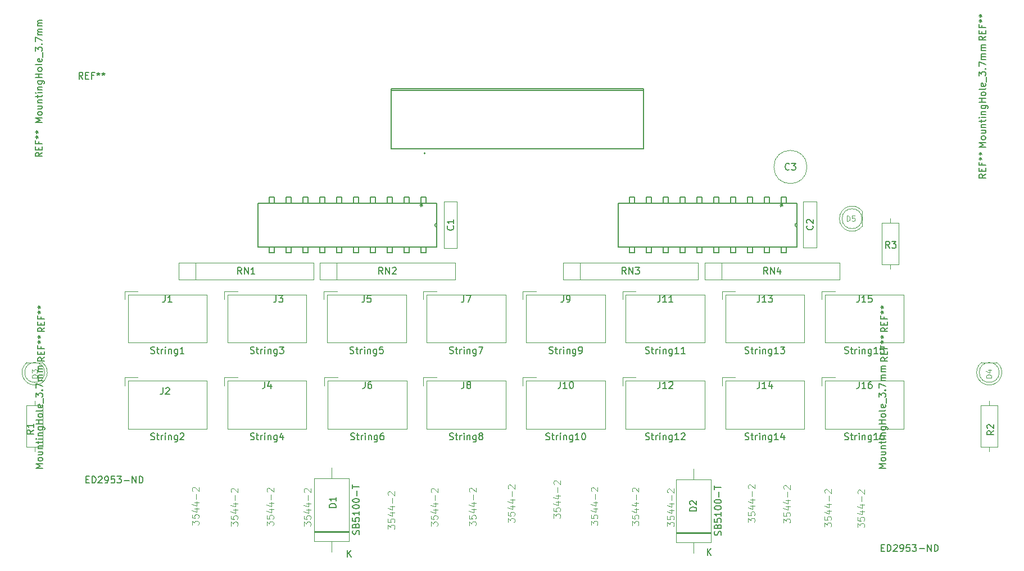
<source format=gbr>
G04 #@! TF.GenerationSoftware,KiCad,Pcbnew,(6.0.5)*
G04 #@! TF.CreationDate,2022-06-02T22:02:39-04:00*
G04 #@! TF.ProjectId,PB_16,50425f31-362e-46b6-9963-61645f706362,v1*
G04 #@! TF.SameCoordinates,Original*
G04 #@! TF.FileFunction,AssemblyDrawing,Top*
%FSLAX46Y46*%
G04 Gerber Fmt 4.6, Leading zero omitted, Abs format (unit mm)*
G04 Created by KiCad (PCBNEW (6.0.5)) date 2022-06-02 22:02:39*
%MOMM*%
%LPD*%
G01*
G04 APERTURE LIST*
%ADD10C,0.150000*%
%ADD11C,0.050000*%
%ADD12C,0.120000*%
%ADD13C,0.100000*%
%ADD14C,0.152400*%
%ADD15C,0.127000*%
%ADD16C,0.200000*%
G04 APERTURE END LIST*
D10*
X189787142Y-101971766D02*
X189834761Y-102019385D01*
X189882380Y-102162242D01*
X189882380Y-102257480D01*
X189834761Y-102400338D01*
X189739523Y-102495576D01*
X189644285Y-102543195D01*
X189453809Y-102590814D01*
X189310952Y-102590814D01*
X189120476Y-102543195D01*
X189025238Y-102495576D01*
X188930000Y-102400338D01*
X188882380Y-102257480D01*
X188882380Y-102162242D01*
X188930000Y-102019385D01*
X188977619Y-101971766D01*
X188977619Y-101590814D02*
X188930000Y-101543195D01*
X188882380Y-101447957D01*
X188882380Y-101209861D01*
X188930000Y-101114623D01*
X188977619Y-101067004D01*
X189072857Y-101019385D01*
X189168095Y-101019385D01*
X189310952Y-101067004D01*
X189882380Y-101638433D01*
X189882380Y-101019385D01*
X90100000Y-134204761D02*
X90242857Y-134252380D01*
X90480952Y-134252380D01*
X90576190Y-134204761D01*
X90623809Y-134157142D01*
X90671428Y-134061904D01*
X90671428Y-133966666D01*
X90623809Y-133871428D01*
X90576190Y-133823809D01*
X90480952Y-133776190D01*
X90290476Y-133728571D01*
X90195238Y-133680952D01*
X90147619Y-133633333D01*
X90100000Y-133538095D01*
X90100000Y-133442857D01*
X90147619Y-133347619D01*
X90195238Y-133300000D01*
X90290476Y-133252380D01*
X90528571Y-133252380D01*
X90671428Y-133300000D01*
X90957142Y-133585714D02*
X91338095Y-133585714D01*
X91100000Y-133252380D02*
X91100000Y-134109523D01*
X91147619Y-134204761D01*
X91242857Y-134252380D01*
X91338095Y-134252380D01*
X91671428Y-134252380D02*
X91671428Y-133585714D01*
X91671428Y-133776190D02*
X91719047Y-133680952D01*
X91766666Y-133633333D01*
X91861904Y-133585714D01*
X91957142Y-133585714D01*
X92290476Y-134252380D02*
X92290476Y-133585714D01*
X92290476Y-133252380D02*
X92242857Y-133300000D01*
X92290476Y-133347619D01*
X92338095Y-133300000D01*
X92290476Y-133252380D01*
X92290476Y-133347619D01*
X92766666Y-133585714D02*
X92766666Y-134252380D01*
X92766666Y-133680952D02*
X92814285Y-133633333D01*
X92909523Y-133585714D01*
X93052380Y-133585714D01*
X93147619Y-133633333D01*
X93195238Y-133728571D01*
X93195238Y-134252380D01*
X94100000Y-133585714D02*
X94100000Y-134395238D01*
X94052380Y-134490476D01*
X94004761Y-134538095D01*
X93909523Y-134585714D01*
X93766666Y-134585714D01*
X93671428Y-134538095D01*
X94100000Y-134204761D02*
X94004761Y-134252380D01*
X93814285Y-134252380D01*
X93719047Y-134204761D01*
X93671428Y-134157142D01*
X93623809Y-134061904D01*
X93623809Y-133776190D01*
X93671428Y-133680952D01*
X93719047Y-133633333D01*
X93814285Y-133585714D01*
X94004761Y-133585714D01*
X94100000Y-133633333D01*
X94528571Y-133347619D02*
X94576190Y-133300000D01*
X94671428Y-133252380D01*
X94909523Y-133252380D01*
X95004761Y-133300000D01*
X95052380Y-133347619D01*
X95100000Y-133442857D01*
X95100000Y-133538095D01*
X95052380Y-133680952D01*
X94480952Y-134252380D01*
X95100000Y-134252380D01*
X91925166Y-126393680D02*
X91925166Y-127107966D01*
X91877547Y-127250823D01*
X91782309Y-127346061D01*
X91639452Y-127393680D01*
X91544214Y-127393680D01*
X92353738Y-126488919D02*
X92401357Y-126441300D01*
X92496595Y-126393680D01*
X92734690Y-126393680D01*
X92829928Y-126441300D01*
X92877547Y-126488919D01*
X92925166Y-126584157D01*
X92925166Y-126679395D01*
X92877547Y-126822252D01*
X92306119Y-127393680D01*
X92925166Y-127393680D01*
X120100000Y-121204761D02*
X120242857Y-121252380D01*
X120480952Y-121252380D01*
X120576190Y-121204761D01*
X120623809Y-121157142D01*
X120671428Y-121061904D01*
X120671428Y-120966666D01*
X120623809Y-120871428D01*
X120576190Y-120823809D01*
X120480952Y-120776190D01*
X120290476Y-120728571D01*
X120195238Y-120680952D01*
X120147619Y-120633333D01*
X120100000Y-120538095D01*
X120100000Y-120442857D01*
X120147619Y-120347619D01*
X120195238Y-120300000D01*
X120290476Y-120252380D01*
X120528571Y-120252380D01*
X120671428Y-120300000D01*
X120957142Y-120585714D02*
X121338095Y-120585714D01*
X121100000Y-120252380D02*
X121100000Y-121109523D01*
X121147619Y-121204761D01*
X121242857Y-121252380D01*
X121338095Y-121252380D01*
X121671428Y-121252380D02*
X121671428Y-120585714D01*
X121671428Y-120776190D02*
X121719047Y-120680952D01*
X121766666Y-120633333D01*
X121861904Y-120585714D01*
X121957142Y-120585714D01*
X122290476Y-121252380D02*
X122290476Y-120585714D01*
X122290476Y-120252380D02*
X122242857Y-120300000D01*
X122290476Y-120347619D01*
X122338095Y-120300000D01*
X122290476Y-120252380D01*
X122290476Y-120347619D01*
X122766666Y-120585714D02*
X122766666Y-121252380D01*
X122766666Y-120680952D02*
X122814285Y-120633333D01*
X122909523Y-120585714D01*
X123052380Y-120585714D01*
X123147619Y-120633333D01*
X123195238Y-120728571D01*
X123195238Y-121252380D01*
X124100000Y-120585714D02*
X124100000Y-121395238D01*
X124052380Y-121490476D01*
X124004761Y-121538095D01*
X123909523Y-121585714D01*
X123766666Y-121585714D01*
X123671428Y-121538095D01*
X124100000Y-121204761D02*
X124004761Y-121252380D01*
X123814285Y-121252380D01*
X123719047Y-121204761D01*
X123671428Y-121157142D01*
X123623809Y-121061904D01*
X123623809Y-120776190D01*
X123671428Y-120680952D01*
X123719047Y-120633333D01*
X123814285Y-120585714D01*
X124004761Y-120585714D01*
X124100000Y-120633333D01*
X125052380Y-120252380D02*
X124576190Y-120252380D01*
X124528571Y-120728571D01*
X124576190Y-120680952D01*
X124671428Y-120633333D01*
X124909523Y-120633333D01*
X125004761Y-120680952D01*
X125052380Y-120728571D01*
X125100000Y-120823809D01*
X125100000Y-121061904D01*
X125052380Y-121157142D01*
X125004761Y-121204761D01*
X124909523Y-121252380D01*
X124671428Y-121252380D01*
X124576190Y-121204761D01*
X124528571Y-121157142D01*
X122266666Y-112502380D02*
X122266666Y-113216666D01*
X122219047Y-113359523D01*
X122123809Y-113454761D01*
X121980952Y-113502380D01*
X121885714Y-113502380D01*
X123219047Y-112502380D02*
X122742857Y-112502380D01*
X122695238Y-112978571D01*
X122742857Y-112930952D01*
X122838095Y-112883333D01*
X123076190Y-112883333D01*
X123171428Y-112930952D01*
X123219047Y-112978571D01*
X123266666Y-113073809D01*
X123266666Y-113311904D01*
X123219047Y-113407142D01*
X123171428Y-113454761D01*
X123076190Y-113502380D01*
X122838095Y-113502380D01*
X122742857Y-113454761D01*
X122695238Y-113407142D01*
X120214342Y-134204761D02*
X120357199Y-134252380D01*
X120595294Y-134252380D01*
X120690532Y-134204761D01*
X120738151Y-134157142D01*
X120785770Y-134061904D01*
X120785770Y-133966666D01*
X120738151Y-133871428D01*
X120690532Y-133823809D01*
X120595294Y-133776190D01*
X120404818Y-133728571D01*
X120309580Y-133680952D01*
X120261961Y-133633333D01*
X120214342Y-133538095D01*
X120214342Y-133442857D01*
X120261961Y-133347619D01*
X120309580Y-133300000D01*
X120404818Y-133252380D01*
X120642913Y-133252380D01*
X120785770Y-133300000D01*
X121071484Y-133585714D02*
X121452437Y-133585714D01*
X121214342Y-133252380D02*
X121214342Y-134109523D01*
X121261961Y-134204761D01*
X121357199Y-134252380D01*
X121452437Y-134252380D01*
X121785770Y-134252380D02*
X121785770Y-133585714D01*
X121785770Y-133776190D02*
X121833389Y-133680952D01*
X121881008Y-133633333D01*
X121976246Y-133585714D01*
X122071484Y-133585714D01*
X122404818Y-134252380D02*
X122404818Y-133585714D01*
X122404818Y-133252380D02*
X122357199Y-133300000D01*
X122404818Y-133347619D01*
X122452437Y-133300000D01*
X122404818Y-133252380D01*
X122404818Y-133347619D01*
X122881008Y-133585714D02*
X122881008Y-134252380D01*
X122881008Y-133680952D02*
X122928627Y-133633333D01*
X123023865Y-133585714D01*
X123166722Y-133585714D01*
X123261961Y-133633333D01*
X123309580Y-133728571D01*
X123309580Y-134252380D01*
X124214342Y-133585714D02*
X124214342Y-134395238D01*
X124166722Y-134490476D01*
X124119103Y-134538095D01*
X124023865Y-134585714D01*
X123881008Y-134585714D01*
X123785770Y-134538095D01*
X124214342Y-134204761D02*
X124119103Y-134252380D01*
X123928627Y-134252380D01*
X123833389Y-134204761D01*
X123785770Y-134157142D01*
X123738151Y-134061904D01*
X123738151Y-133776190D01*
X123785770Y-133680952D01*
X123833389Y-133633333D01*
X123928627Y-133585714D01*
X124119103Y-133585714D01*
X124214342Y-133633333D01*
X125119103Y-133252380D02*
X124928627Y-133252380D01*
X124833389Y-133300000D01*
X124785770Y-133347619D01*
X124690532Y-133490476D01*
X124642913Y-133680952D01*
X124642913Y-134061904D01*
X124690532Y-134157142D01*
X124738151Y-134204761D01*
X124833389Y-134252380D01*
X125023865Y-134252380D01*
X125119103Y-134204761D01*
X125166722Y-134157142D01*
X125214342Y-134061904D01*
X125214342Y-133823809D01*
X125166722Y-133728571D01*
X125119103Y-133680952D01*
X125023865Y-133633333D01*
X124833389Y-133633333D01*
X124738151Y-133680952D01*
X124690532Y-133728571D01*
X124642913Y-133823809D01*
X122381008Y-125502380D02*
X122381008Y-126216666D01*
X122333389Y-126359523D01*
X122238151Y-126454761D01*
X122095294Y-126502380D01*
X122000056Y-126502380D01*
X123285770Y-125502380D02*
X123095294Y-125502380D01*
X123000056Y-125550000D01*
X122952437Y-125597619D01*
X122857199Y-125740476D01*
X122809580Y-125930952D01*
X122809580Y-126311904D01*
X122857199Y-126407142D01*
X122904818Y-126454761D01*
X123000056Y-126502380D01*
X123190532Y-126502380D01*
X123285770Y-126454761D01*
X123333389Y-126407142D01*
X123381008Y-126311904D01*
X123381008Y-126073809D01*
X123333389Y-125978571D01*
X123285770Y-125930952D01*
X123190532Y-125883333D01*
X123000056Y-125883333D01*
X122904818Y-125930952D01*
X122857199Y-125978571D01*
X122809580Y-126073809D01*
X135100000Y-121204761D02*
X135242857Y-121252380D01*
X135480952Y-121252380D01*
X135576190Y-121204761D01*
X135623809Y-121157142D01*
X135671428Y-121061904D01*
X135671428Y-120966666D01*
X135623809Y-120871428D01*
X135576190Y-120823809D01*
X135480952Y-120776190D01*
X135290476Y-120728571D01*
X135195238Y-120680952D01*
X135147619Y-120633333D01*
X135100000Y-120538095D01*
X135100000Y-120442857D01*
X135147619Y-120347619D01*
X135195238Y-120300000D01*
X135290476Y-120252380D01*
X135528571Y-120252380D01*
X135671428Y-120300000D01*
X135957142Y-120585714D02*
X136338095Y-120585714D01*
X136100000Y-120252380D02*
X136100000Y-121109523D01*
X136147619Y-121204761D01*
X136242857Y-121252380D01*
X136338095Y-121252380D01*
X136671428Y-121252380D02*
X136671428Y-120585714D01*
X136671428Y-120776190D02*
X136719047Y-120680952D01*
X136766666Y-120633333D01*
X136861904Y-120585714D01*
X136957142Y-120585714D01*
X137290476Y-121252380D02*
X137290476Y-120585714D01*
X137290476Y-120252380D02*
X137242857Y-120300000D01*
X137290476Y-120347619D01*
X137338095Y-120300000D01*
X137290476Y-120252380D01*
X137290476Y-120347619D01*
X137766666Y-120585714D02*
X137766666Y-121252380D01*
X137766666Y-120680952D02*
X137814285Y-120633333D01*
X137909523Y-120585714D01*
X138052380Y-120585714D01*
X138147619Y-120633333D01*
X138195238Y-120728571D01*
X138195238Y-121252380D01*
X139100000Y-120585714D02*
X139100000Y-121395238D01*
X139052380Y-121490476D01*
X139004761Y-121538095D01*
X138909523Y-121585714D01*
X138766666Y-121585714D01*
X138671428Y-121538095D01*
X139100000Y-121204761D02*
X139004761Y-121252380D01*
X138814285Y-121252380D01*
X138719047Y-121204761D01*
X138671428Y-121157142D01*
X138623809Y-121061904D01*
X138623809Y-120776190D01*
X138671428Y-120680952D01*
X138719047Y-120633333D01*
X138814285Y-120585714D01*
X139004761Y-120585714D01*
X139100000Y-120633333D01*
X139480952Y-120252380D02*
X140147619Y-120252380D01*
X139719047Y-121252380D01*
X137266666Y-112502380D02*
X137266666Y-113216666D01*
X137219047Y-113359523D01*
X137123809Y-113454761D01*
X136980952Y-113502380D01*
X136885714Y-113502380D01*
X137647619Y-112502380D02*
X138314285Y-112502380D01*
X137885714Y-113502380D01*
X135100000Y-134204761D02*
X135242857Y-134252380D01*
X135480952Y-134252380D01*
X135576190Y-134204761D01*
X135623809Y-134157142D01*
X135671428Y-134061904D01*
X135671428Y-133966666D01*
X135623809Y-133871428D01*
X135576190Y-133823809D01*
X135480952Y-133776190D01*
X135290476Y-133728571D01*
X135195238Y-133680952D01*
X135147619Y-133633333D01*
X135100000Y-133538095D01*
X135100000Y-133442857D01*
X135147619Y-133347619D01*
X135195238Y-133300000D01*
X135290476Y-133252380D01*
X135528571Y-133252380D01*
X135671428Y-133300000D01*
X135957142Y-133585714D02*
X136338095Y-133585714D01*
X136100000Y-133252380D02*
X136100000Y-134109523D01*
X136147619Y-134204761D01*
X136242857Y-134252380D01*
X136338095Y-134252380D01*
X136671428Y-134252380D02*
X136671428Y-133585714D01*
X136671428Y-133776190D02*
X136719047Y-133680952D01*
X136766666Y-133633333D01*
X136861904Y-133585714D01*
X136957142Y-133585714D01*
X137290476Y-134252380D02*
X137290476Y-133585714D01*
X137290476Y-133252380D02*
X137242857Y-133300000D01*
X137290476Y-133347619D01*
X137338095Y-133300000D01*
X137290476Y-133252380D01*
X137290476Y-133347619D01*
X137766666Y-133585714D02*
X137766666Y-134252380D01*
X137766666Y-133680952D02*
X137814285Y-133633333D01*
X137909523Y-133585714D01*
X138052380Y-133585714D01*
X138147619Y-133633333D01*
X138195238Y-133728571D01*
X138195238Y-134252380D01*
X139100000Y-133585714D02*
X139100000Y-134395238D01*
X139052380Y-134490476D01*
X139004761Y-134538095D01*
X138909523Y-134585714D01*
X138766666Y-134585714D01*
X138671428Y-134538095D01*
X139100000Y-134204761D02*
X139004761Y-134252380D01*
X138814285Y-134252380D01*
X138719047Y-134204761D01*
X138671428Y-134157142D01*
X138623809Y-134061904D01*
X138623809Y-133776190D01*
X138671428Y-133680952D01*
X138719047Y-133633333D01*
X138814285Y-133585714D01*
X139004761Y-133585714D01*
X139100000Y-133633333D01*
X139719047Y-133680952D02*
X139623809Y-133633333D01*
X139576190Y-133585714D01*
X139528571Y-133490476D01*
X139528571Y-133442857D01*
X139576190Y-133347619D01*
X139623809Y-133300000D01*
X139719047Y-133252380D01*
X139909523Y-133252380D01*
X140004761Y-133300000D01*
X140052380Y-133347619D01*
X140100000Y-133442857D01*
X140100000Y-133490476D01*
X140052380Y-133585714D01*
X140004761Y-133633333D01*
X139909523Y-133680952D01*
X139719047Y-133680952D01*
X139623809Y-133728571D01*
X139576190Y-133776190D01*
X139528571Y-133871428D01*
X139528571Y-134061904D01*
X139576190Y-134157142D01*
X139623809Y-134204761D01*
X139719047Y-134252380D01*
X139909523Y-134252380D01*
X140004761Y-134204761D01*
X140052380Y-134157142D01*
X140100000Y-134061904D01*
X140100000Y-133871428D01*
X140052380Y-133776190D01*
X140004761Y-133728571D01*
X139909523Y-133680952D01*
X137266666Y-125502380D02*
X137266666Y-126216666D01*
X137219047Y-126359523D01*
X137123809Y-126454761D01*
X136980952Y-126502380D01*
X136885714Y-126502380D01*
X137885714Y-125930952D02*
X137790476Y-125883333D01*
X137742857Y-125835714D01*
X137695238Y-125740476D01*
X137695238Y-125692857D01*
X137742857Y-125597619D01*
X137790476Y-125550000D01*
X137885714Y-125502380D01*
X138076190Y-125502380D01*
X138171428Y-125550000D01*
X138219047Y-125597619D01*
X138266666Y-125692857D01*
X138266666Y-125740476D01*
X138219047Y-125835714D01*
X138171428Y-125883333D01*
X138076190Y-125930952D01*
X137885714Y-125930952D01*
X137790476Y-125978571D01*
X137742857Y-126026190D01*
X137695238Y-126121428D01*
X137695238Y-126311904D01*
X137742857Y-126407142D01*
X137790476Y-126454761D01*
X137885714Y-126502380D01*
X138076190Y-126502380D01*
X138171428Y-126454761D01*
X138219047Y-126407142D01*
X138266666Y-126311904D01*
X138266666Y-126121428D01*
X138219047Y-126026190D01*
X138171428Y-125978571D01*
X138076190Y-125930952D01*
X150100000Y-121204761D02*
X150242857Y-121252380D01*
X150480952Y-121252380D01*
X150576190Y-121204761D01*
X150623809Y-121157142D01*
X150671428Y-121061904D01*
X150671428Y-120966666D01*
X150623809Y-120871428D01*
X150576190Y-120823809D01*
X150480952Y-120776190D01*
X150290476Y-120728571D01*
X150195238Y-120680952D01*
X150147619Y-120633333D01*
X150100000Y-120538095D01*
X150100000Y-120442857D01*
X150147619Y-120347619D01*
X150195238Y-120300000D01*
X150290476Y-120252380D01*
X150528571Y-120252380D01*
X150671428Y-120300000D01*
X150957142Y-120585714D02*
X151338095Y-120585714D01*
X151100000Y-120252380D02*
X151100000Y-121109523D01*
X151147619Y-121204761D01*
X151242857Y-121252380D01*
X151338095Y-121252380D01*
X151671428Y-121252380D02*
X151671428Y-120585714D01*
X151671428Y-120776190D02*
X151719047Y-120680952D01*
X151766666Y-120633333D01*
X151861904Y-120585714D01*
X151957142Y-120585714D01*
X152290476Y-121252380D02*
X152290476Y-120585714D01*
X152290476Y-120252380D02*
X152242857Y-120300000D01*
X152290476Y-120347619D01*
X152338095Y-120300000D01*
X152290476Y-120252380D01*
X152290476Y-120347619D01*
X152766666Y-120585714D02*
X152766666Y-121252380D01*
X152766666Y-120680952D02*
X152814285Y-120633333D01*
X152909523Y-120585714D01*
X153052380Y-120585714D01*
X153147619Y-120633333D01*
X153195238Y-120728571D01*
X153195238Y-121252380D01*
X154100000Y-120585714D02*
X154100000Y-121395238D01*
X154052380Y-121490476D01*
X154004761Y-121538095D01*
X153909523Y-121585714D01*
X153766666Y-121585714D01*
X153671428Y-121538095D01*
X154100000Y-121204761D02*
X154004761Y-121252380D01*
X153814285Y-121252380D01*
X153719047Y-121204761D01*
X153671428Y-121157142D01*
X153623809Y-121061904D01*
X153623809Y-120776190D01*
X153671428Y-120680952D01*
X153719047Y-120633333D01*
X153814285Y-120585714D01*
X154004761Y-120585714D01*
X154100000Y-120633333D01*
X154623809Y-121252380D02*
X154814285Y-121252380D01*
X154909523Y-121204761D01*
X154957142Y-121157142D01*
X155052380Y-121014285D01*
X155100000Y-120823809D01*
X155100000Y-120442857D01*
X155052380Y-120347619D01*
X155004761Y-120300000D01*
X154909523Y-120252380D01*
X154719047Y-120252380D01*
X154623809Y-120300000D01*
X154576190Y-120347619D01*
X154528571Y-120442857D01*
X154528571Y-120680952D01*
X154576190Y-120776190D01*
X154623809Y-120823809D01*
X154719047Y-120871428D01*
X154909523Y-120871428D01*
X155004761Y-120823809D01*
X155052380Y-120776190D01*
X155100000Y-120680952D01*
X152266666Y-112502380D02*
X152266666Y-113216666D01*
X152219047Y-113359523D01*
X152123809Y-113454761D01*
X151980952Y-113502380D01*
X151885714Y-113502380D01*
X152790476Y-113502380D02*
X152980952Y-113502380D01*
X153076190Y-113454761D01*
X153123809Y-113407142D01*
X153219047Y-113264285D01*
X153266666Y-113073809D01*
X153266666Y-112692857D01*
X153219047Y-112597619D01*
X153171428Y-112550000D01*
X153076190Y-112502380D01*
X152885714Y-112502380D01*
X152790476Y-112550000D01*
X152742857Y-112597619D01*
X152695238Y-112692857D01*
X152695238Y-112930952D01*
X152742857Y-113026190D01*
X152790476Y-113073809D01*
X152885714Y-113121428D01*
X153076190Y-113121428D01*
X153171428Y-113073809D01*
X153219047Y-113026190D01*
X153266666Y-112930952D01*
X149623809Y-134204761D02*
X149766666Y-134252380D01*
X150004761Y-134252380D01*
X150100000Y-134204761D01*
X150147619Y-134157142D01*
X150195238Y-134061904D01*
X150195238Y-133966666D01*
X150147619Y-133871428D01*
X150100000Y-133823809D01*
X150004761Y-133776190D01*
X149814285Y-133728571D01*
X149719047Y-133680952D01*
X149671428Y-133633333D01*
X149623809Y-133538095D01*
X149623809Y-133442857D01*
X149671428Y-133347619D01*
X149719047Y-133300000D01*
X149814285Y-133252380D01*
X150052380Y-133252380D01*
X150195238Y-133300000D01*
X150480952Y-133585714D02*
X150861904Y-133585714D01*
X150623809Y-133252380D02*
X150623809Y-134109523D01*
X150671428Y-134204761D01*
X150766666Y-134252380D01*
X150861904Y-134252380D01*
X151195238Y-134252380D02*
X151195238Y-133585714D01*
X151195238Y-133776190D02*
X151242857Y-133680952D01*
X151290476Y-133633333D01*
X151385714Y-133585714D01*
X151480952Y-133585714D01*
X151814285Y-134252380D02*
X151814285Y-133585714D01*
X151814285Y-133252380D02*
X151766666Y-133300000D01*
X151814285Y-133347619D01*
X151861904Y-133300000D01*
X151814285Y-133252380D01*
X151814285Y-133347619D01*
X152290476Y-133585714D02*
X152290476Y-134252380D01*
X152290476Y-133680952D02*
X152338095Y-133633333D01*
X152433333Y-133585714D01*
X152576190Y-133585714D01*
X152671428Y-133633333D01*
X152719047Y-133728571D01*
X152719047Y-134252380D01*
X153623809Y-133585714D02*
X153623809Y-134395238D01*
X153576190Y-134490476D01*
X153528571Y-134538095D01*
X153433333Y-134585714D01*
X153290476Y-134585714D01*
X153195238Y-134538095D01*
X153623809Y-134204761D02*
X153528571Y-134252380D01*
X153338095Y-134252380D01*
X153242857Y-134204761D01*
X153195238Y-134157142D01*
X153147619Y-134061904D01*
X153147619Y-133776190D01*
X153195238Y-133680952D01*
X153242857Y-133633333D01*
X153338095Y-133585714D01*
X153528571Y-133585714D01*
X153623809Y-133633333D01*
X154623809Y-134252380D02*
X154052380Y-134252380D01*
X154338095Y-134252380D02*
X154338095Y-133252380D01*
X154242857Y-133395238D01*
X154147619Y-133490476D01*
X154052380Y-133538095D01*
X155242857Y-133252380D02*
X155338095Y-133252380D01*
X155433333Y-133300000D01*
X155480952Y-133347619D01*
X155528571Y-133442857D01*
X155576190Y-133633333D01*
X155576190Y-133871428D01*
X155528571Y-134061904D01*
X155480952Y-134157142D01*
X155433333Y-134204761D01*
X155338095Y-134252380D01*
X155242857Y-134252380D01*
X155147619Y-134204761D01*
X155100000Y-134157142D01*
X155052380Y-134061904D01*
X155004761Y-133871428D01*
X155004761Y-133633333D01*
X155052380Y-133442857D01*
X155100000Y-133347619D01*
X155147619Y-133300000D01*
X155242857Y-133252380D01*
X151790476Y-125502380D02*
X151790476Y-126216666D01*
X151742857Y-126359523D01*
X151647619Y-126454761D01*
X151504761Y-126502380D01*
X151409523Y-126502380D01*
X152790476Y-126502380D02*
X152219047Y-126502380D01*
X152504761Y-126502380D02*
X152504761Y-125502380D01*
X152409523Y-125645238D01*
X152314285Y-125740476D01*
X152219047Y-125788095D01*
X153409523Y-125502380D02*
X153504761Y-125502380D01*
X153600000Y-125550000D01*
X153647619Y-125597619D01*
X153695238Y-125692857D01*
X153742857Y-125883333D01*
X153742857Y-126121428D01*
X153695238Y-126311904D01*
X153647619Y-126407142D01*
X153600000Y-126454761D01*
X153504761Y-126502380D01*
X153409523Y-126502380D01*
X153314285Y-126454761D01*
X153266666Y-126407142D01*
X153219047Y-126311904D01*
X153171428Y-126121428D01*
X153171428Y-125883333D01*
X153219047Y-125692857D01*
X153266666Y-125597619D01*
X153314285Y-125550000D01*
X153409523Y-125502380D01*
X164623809Y-121204761D02*
X164766666Y-121252380D01*
X165004761Y-121252380D01*
X165100000Y-121204761D01*
X165147619Y-121157142D01*
X165195238Y-121061904D01*
X165195238Y-120966666D01*
X165147619Y-120871428D01*
X165100000Y-120823809D01*
X165004761Y-120776190D01*
X164814285Y-120728571D01*
X164719047Y-120680952D01*
X164671428Y-120633333D01*
X164623809Y-120538095D01*
X164623809Y-120442857D01*
X164671428Y-120347619D01*
X164719047Y-120300000D01*
X164814285Y-120252380D01*
X165052380Y-120252380D01*
X165195238Y-120300000D01*
X165480952Y-120585714D02*
X165861904Y-120585714D01*
X165623809Y-120252380D02*
X165623809Y-121109523D01*
X165671428Y-121204761D01*
X165766666Y-121252380D01*
X165861904Y-121252380D01*
X166195238Y-121252380D02*
X166195238Y-120585714D01*
X166195238Y-120776190D02*
X166242857Y-120680952D01*
X166290476Y-120633333D01*
X166385714Y-120585714D01*
X166480952Y-120585714D01*
X166814285Y-121252380D02*
X166814285Y-120585714D01*
X166814285Y-120252380D02*
X166766666Y-120300000D01*
X166814285Y-120347619D01*
X166861904Y-120300000D01*
X166814285Y-120252380D01*
X166814285Y-120347619D01*
X167290476Y-120585714D02*
X167290476Y-121252380D01*
X167290476Y-120680952D02*
X167338095Y-120633333D01*
X167433333Y-120585714D01*
X167576190Y-120585714D01*
X167671428Y-120633333D01*
X167719047Y-120728571D01*
X167719047Y-121252380D01*
X168623809Y-120585714D02*
X168623809Y-121395238D01*
X168576190Y-121490476D01*
X168528571Y-121538095D01*
X168433333Y-121585714D01*
X168290476Y-121585714D01*
X168195238Y-121538095D01*
X168623809Y-121204761D02*
X168528571Y-121252380D01*
X168338095Y-121252380D01*
X168242857Y-121204761D01*
X168195238Y-121157142D01*
X168147619Y-121061904D01*
X168147619Y-120776190D01*
X168195238Y-120680952D01*
X168242857Y-120633333D01*
X168338095Y-120585714D01*
X168528571Y-120585714D01*
X168623809Y-120633333D01*
X169623809Y-121252380D02*
X169052380Y-121252380D01*
X169338095Y-121252380D02*
X169338095Y-120252380D01*
X169242857Y-120395238D01*
X169147619Y-120490476D01*
X169052380Y-120538095D01*
X170576190Y-121252380D02*
X170004761Y-121252380D01*
X170290476Y-121252380D02*
X170290476Y-120252380D01*
X170195238Y-120395238D01*
X170100000Y-120490476D01*
X170004761Y-120538095D01*
X166790476Y-112502380D02*
X166790476Y-113216666D01*
X166742857Y-113359523D01*
X166647619Y-113454761D01*
X166504761Y-113502380D01*
X166409523Y-113502380D01*
X167790476Y-113502380D02*
X167219047Y-113502380D01*
X167504761Y-113502380D02*
X167504761Y-112502380D01*
X167409523Y-112645238D01*
X167314285Y-112740476D01*
X167219047Y-112788095D01*
X168742857Y-113502380D02*
X168171428Y-113502380D01*
X168457142Y-113502380D02*
X168457142Y-112502380D01*
X168361904Y-112645238D01*
X168266666Y-112740476D01*
X168171428Y-112788095D01*
X164623809Y-134204761D02*
X164766666Y-134252380D01*
X165004761Y-134252380D01*
X165100000Y-134204761D01*
X165147619Y-134157142D01*
X165195238Y-134061904D01*
X165195238Y-133966666D01*
X165147619Y-133871428D01*
X165100000Y-133823809D01*
X165004761Y-133776190D01*
X164814285Y-133728571D01*
X164719047Y-133680952D01*
X164671428Y-133633333D01*
X164623809Y-133538095D01*
X164623809Y-133442857D01*
X164671428Y-133347619D01*
X164719047Y-133300000D01*
X164814285Y-133252380D01*
X165052380Y-133252380D01*
X165195238Y-133300000D01*
X165480952Y-133585714D02*
X165861904Y-133585714D01*
X165623809Y-133252380D02*
X165623809Y-134109523D01*
X165671428Y-134204761D01*
X165766666Y-134252380D01*
X165861904Y-134252380D01*
X166195238Y-134252380D02*
X166195238Y-133585714D01*
X166195238Y-133776190D02*
X166242857Y-133680952D01*
X166290476Y-133633333D01*
X166385714Y-133585714D01*
X166480952Y-133585714D01*
X166814285Y-134252380D02*
X166814285Y-133585714D01*
X166814285Y-133252380D02*
X166766666Y-133300000D01*
X166814285Y-133347619D01*
X166861904Y-133300000D01*
X166814285Y-133252380D01*
X166814285Y-133347619D01*
X167290476Y-133585714D02*
X167290476Y-134252380D01*
X167290476Y-133680952D02*
X167338095Y-133633333D01*
X167433333Y-133585714D01*
X167576190Y-133585714D01*
X167671428Y-133633333D01*
X167719047Y-133728571D01*
X167719047Y-134252380D01*
X168623809Y-133585714D02*
X168623809Y-134395238D01*
X168576190Y-134490476D01*
X168528571Y-134538095D01*
X168433333Y-134585714D01*
X168290476Y-134585714D01*
X168195238Y-134538095D01*
X168623809Y-134204761D02*
X168528571Y-134252380D01*
X168338095Y-134252380D01*
X168242857Y-134204761D01*
X168195238Y-134157142D01*
X168147619Y-134061904D01*
X168147619Y-133776190D01*
X168195238Y-133680952D01*
X168242857Y-133633333D01*
X168338095Y-133585714D01*
X168528571Y-133585714D01*
X168623809Y-133633333D01*
X169623809Y-134252380D02*
X169052380Y-134252380D01*
X169338095Y-134252380D02*
X169338095Y-133252380D01*
X169242857Y-133395238D01*
X169147619Y-133490476D01*
X169052380Y-133538095D01*
X170004761Y-133347619D02*
X170052380Y-133300000D01*
X170147619Y-133252380D01*
X170385714Y-133252380D01*
X170480952Y-133300000D01*
X170528571Y-133347619D01*
X170576190Y-133442857D01*
X170576190Y-133538095D01*
X170528571Y-133680952D01*
X169957142Y-134252380D01*
X170576190Y-134252380D01*
X166790476Y-125502380D02*
X166790476Y-126216666D01*
X166742857Y-126359523D01*
X166647619Y-126454761D01*
X166504761Y-126502380D01*
X166409523Y-126502380D01*
X167790476Y-126502380D02*
X167219047Y-126502380D01*
X167504761Y-126502380D02*
X167504761Y-125502380D01*
X167409523Y-125645238D01*
X167314285Y-125740476D01*
X167219047Y-125788095D01*
X168171428Y-125597619D02*
X168219047Y-125550000D01*
X168314285Y-125502380D01*
X168552380Y-125502380D01*
X168647619Y-125550000D01*
X168695238Y-125597619D01*
X168742857Y-125692857D01*
X168742857Y-125788095D01*
X168695238Y-125930952D01*
X168123809Y-126502380D01*
X168742857Y-126502380D01*
X179623809Y-121204761D02*
X179766666Y-121252380D01*
X180004761Y-121252380D01*
X180100000Y-121204761D01*
X180147619Y-121157142D01*
X180195238Y-121061904D01*
X180195238Y-120966666D01*
X180147619Y-120871428D01*
X180100000Y-120823809D01*
X180004761Y-120776190D01*
X179814285Y-120728571D01*
X179719047Y-120680952D01*
X179671428Y-120633333D01*
X179623809Y-120538095D01*
X179623809Y-120442857D01*
X179671428Y-120347619D01*
X179719047Y-120300000D01*
X179814285Y-120252380D01*
X180052380Y-120252380D01*
X180195238Y-120300000D01*
X180480952Y-120585714D02*
X180861904Y-120585714D01*
X180623809Y-120252380D02*
X180623809Y-121109523D01*
X180671428Y-121204761D01*
X180766666Y-121252380D01*
X180861904Y-121252380D01*
X181195238Y-121252380D02*
X181195238Y-120585714D01*
X181195238Y-120776190D02*
X181242857Y-120680952D01*
X181290476Y-120633333D01*
X181385714Y-120585714D01*
X181480952Y-120585714D01*
X181814285Y-121252380D02*
X181814285Y-120585714D01*
X181814285Y-120252380D02*
X181766666Y-120300000D01*
X181814285Y-120347619D01*
X181861904Y-120300000D01*
X181814285Y-120252380D01*
X181814285Y-120347619D01*
X182290476Y-120585714D02*
X182290476Y-121252380D01*
X182290476Y-120680952D02*
X182338095Y-120633333D01*
X182433333Y-120585714D01*
X182576190Y-120585714D01*
X182671428Y-120633333D01*
X182719047Y-120728571D01*
X182719047Y-121252380D01*
X183623809Y-120585714D02*
X183623809Y-121395238D01*
X183576190Y-121490476D01*
X183528571Y-121538095D01*
X183433333Y-121585714D01*
X183290476Y-121585714D01*
X183195238Y-121538095D01*
X183623809Y-121204761D02*
X183528571Y-121252380D01*
X183338095Y-121252380D01*
X183242857Y-121204761D01*
X183195238Y-121157142D01*
X183147619Y-121061904D01*
X183147619Y-120776190D01*
X183195238Y-120680952D01*
X183242857Y-120633333D01*
X183338095Y-120585714D01*
X183528571Y-120585714D01*
X183623809Y-120633333D01*
X184623809Y-121252380D02*
X184052380Y-121252380D01*
X184338095Y-121252380D02*
X184338095Y-120252380D01*
X184242857Y-120395238D01*
X184147619Y-120490476D01*
X184052380Y-120538095D01*
X184957142Y-120252380D02*
X185576190Y-120252380D01*
X185242857Y-120633333D01*
X185385714Y-120633333D01*
X185480952Y-120680952D01*
X185528571Y-120728571D01*
X185576190Y-120823809D01*
X185576190Y-121061904D01*
X185528571Y-121157142D01*
X185480952Y-121204761D01*
X185385714Y-121252380D01*
X185100000Y-121252380D01*
X185004761Y-121204761D01*
X184957142Y-121157142D01*
X181790476Y-112502380D02*
X181790476Y-113216666D01*
X181742857Y-113359523D01*
X181647619Y-113454761D01*
X181504761Y-113502380D01*
X181409523Y-113502380D01*
X182790476Y-113502380D02*
X182219047Y-113502380D01*
X182504761Y-113502380D02*
X182504761Y-112502380D01*
X182409523Y-112645238D01*
X182314285Y-112740476D01*
X182219047Y-112788095D01*
X183123809Y-112502380D02*
X183742857Y-112502380D01*
X183409523Y-112883333D01*
X183552380Y-112883333D01*
X183647619Y-112930952D01*
X183695238Y-112978571D01*
X183742857Y-113073809D01*
X183742857Y-113311904D01*
X183695238Y-113407142D01*
X183647619Y-113454761D01*
X183552380Y-113502380D01*
X183266666Y-113502380D01*
X183171428Y-113454761D01*
X183123809Y-113407142D01*
X179623809Y-134204761D02*
X179766666Y-134252380D01*
X180004761Y-134252380D01*
X180100000Y-134204761D01*
X180147619Y-134157142D01*
X180195238Y-134061904D01*
X180195238Y-133966666D01*
X180147619Y-133871428D01*
X180100000Y-133823809D01*
X180004761Y-133776190D01*
X179814285Y-133728571D01*
X179719047Y-133680952D01*
X179671428Y-133633333D01*
X179623809Y-133538095D01*
X179623809Y-133442857D01*
X179671428Y-133347619D01*
X179719047Y-133300000D01*
X179814285Y-133252380D01*
X180052380Y-133252380D01*
X180195238Y-133300000D01*
X180480952Y-133585714D02*
X180861904Y-133585714D01*
X180623809Y-133252380D02*
X180623809Y-134109523D01*
X180671428Y-134204761D01*
X180766666Y-134252380D01*
X180861904Y-134252380D01*
X181195238Y-134252380D02*
X181195238Y-133585714D01*
X181195238Y-133776190D02*
X181242857Y-133680952D01*
X181290476Y-133633333D01*
X181385714Y-133585714D01*
X181480952Y-133585714D01*
X181814285Y-134252380D02*
X181814285Y-133585714D01*
X181814285Y-133252380D02*
X181766666Y-133300000D01*
X181814285Y-133347619D01*
X181861904Y-133300000D01*
X181814285Y-133252380D01*
X181814285Y-133347619D01*
X182290476Y-133585714D02*
X182290476Y-134252380D01*
X182290476Y-133680952D02*
X182338095Y-133633333D01*
X182433333Y-133585714D01*
X182576190Y-133585714D01*
X182671428Y-133633333D01*
X182719047Y-133728571D01*
X182719047Y-134252380D01*
X183623809Y-133585714D02*
X183623809Y-134395238D01*
X183576190Y-134490476D01*
X183528571Y-134538095D01*
X183433333Y-134585714D01*
X183290476Y-134585714D01*
X183195238Y-134538095D01*
X183623809Y-134204761D02*
X183528571Y-134252380D01*
X183338095Y-134252380D01*
X183242857Y-134204761D01*
X183195238Y-134157142D01*
X183147619Y-134061904D01*
X183147619Y-133776190D01*
X183195238Y-133680952D01*
X183242857Y-133633333D01*
X183338095Y-133585714D01*
X183528571Y-133585714D01*
X183623809Y-133633333D01*
X184623809Y-134252380D02*
X184052380Y-134252380D01*
X184338095Y-134252380D02*
X184338095Y-133252380D01*
X184242857Y-133395238D01*
X184147619Y-133490476D01*
X184052380Y-133538095D01*
X185480952Y-133585714D02*
X185480952Y-134252380D01*
X185242857Y-133204761D02*
X185004761Y-133919047D01*
X185623809Y-133919047D01*
X181790476Y-125502380D02*
X181790476Y-126216666D01*
X181742857Y-126359523D01*
X181647619Y-126454761D01*
X181504761Y-126502380D01*
X181409523Y-126502380D01*
X182790476Y-126502380D02*
X182219047Y-126502380D01*
X182504761Y-126502380D02*
X182504761Y-125502380D01*
X182409523Y-125645238D01*
X182314285Y-125740476D01*
X182219047Y-125788095D01*
X183647619Y-125835714D02*
X183647619Y-126502380D01*
X183409523Y-125454761D02*
X183171428Y-126169047D01*
X183790476Y-126169047D01*
X194623809Y-121204761D02*
X194766666Y-121252380D01*
X195004761Y-121252380D01*
X195100000Y-121204761D01*
X195147619Y-121157142D01*
X195195238Y-121061904D01*
X195195238Y-120966666D01*
X195147619Y-120871428D01*
X195100000Y-120823809D01*
X195004761Y-120776190D01*
X194814285Y-120728571D01*
X194719047Y-120680952D01*
X194671428Y-120633333D01*
X194623809Y-120538095D01*
X194623809Y-120442857D01*
X194671428Y-120347619D01*
X194719047Y-120300000D01*
X194814285Y-120252380D01*
X195052380Y-120252380D01*
X195195238Y-120300000D01*
X195480952Y-120585714D02*
X195861904Y-120585714D01*
X195623809Y-120252380D02*
X195623809Y-121109523D01*
X195671428Y-121204761D01*
X195766666Y-121252380D01*
X195861904Y-121252380D01*
X196195238Y-121252380D02*
X196195238Y-120585714D01*
X196195238Y-120776190D02*
X196242857Y-120680952D01*
X196290476Y-120633333D01*
X196385714Y-120585714D01*
X196480952Y-120585714D01*
X196814285Y-121252380D02*
X196814285Y-120585714D01*
X196814285Y-120252380D02*
X196766666Y-120300000D01*
X196814285Y-120347619D01*
X196861904Y-120300000D01*
X196814285Y-120252380D01*
X196814285Y-120347619D01*
X197290476Y-120585714D02*
X197290476Y-121252380D01*
X197290476Y-120680952D02*
X197338095Y-120633333D01*
X197433333Y-120585714D01*
X197576190Y-120585714D01*
X197671428Y-120633333D01*
X197719047Y-120728571D01*
X197719047Y-121252380D01*
X198623809Y-120585714D02*
X198623809Y-121395238D01*
X198576190Y-121490476D01*
X198528571Y-121538095D01*
X198433333Y-121585714D01*
X198290476Y-121585714D01*
X198195238Y-121538095D01*
X198623809Y-121204761D02*
X198528571Y-121252380D01*
X198338095Y-121252380D01*
X198242857Y-121204761D01*
X198195238Y-121157142D01*
X198147619Y-121061904D01*
X198147619Y-120776190D01*
X198195238Y-120680952D01*
X198242857Y-120633333D01*
X198338095Y-120585714D01*
X198528571Y-120585714D01*
X198623809Y-120633333D01*
X199623809Y-121252380D02*
X199052380Y-121252380D01*
X199338095Y-121252380D02*
X199338095Y-120252380D01*
X199242857Y-120395238D01*
X199147619Y-120490476D01*
X199052380Y-120538095D01*
X200528571Y-120252380D02*
X200052380Y-120252380D01*
X200004761Y-120728571D01*
X200052380Y-120680952D01*
X200147619Y-120633333D01*
X200385714Y-120633333D01*
X200480952Y-120680952D01*
X200528571Y-120728571D01*
X200576190Y-120823809D01*
X200576190Y-121061904D01*
X200528571Y-121157142D01*
X200480952Y-121204761D01*
X200385714Y-121252380D01*
X200147619Y-121252380D01*
X200052380Y-121204761D01*
X200004761Y-121157142D01*
X196790476Y-112502380D02*
X196790476Y-113216666D01*
X196742857Y-113359523D01*
X196647619Y-113454761D01*
X196504761Y-113502380D01*
X196409523Y-113502380D01*
X197790476Y-113502380D02*
X197219047Y-113502380D01*
X197504761Y-113502380D02*
X197504761Y-112502380D01*
X197409523Y-112645238D01*
X197314285Y-112740476D01*
X197219047Y-112788095D01*
X198695238Y-112502380D02*
X198219047Y-112502380D01*
X198171428Y-112978571D01*
X198219047Y-112930952D01*
X198314285Y-112883333D01*
X198552380Y-112883333D01*
X198647619Y-112930952D01*
X198695238Y-112978571D01*
X198742857Y-113073809D01*
X198742857Y-113311904D01*
X198695238Y-113407142D01*
X198647619Y-113454761D01*
X198552380Y-113502380D01*
X198314285Y-113502380D01*
X198219047Y-113454761D01*
X198171428Y-113407142D01*
X194623809Y-134204761D02*
X194766666Y-134252380D01*
X195004761Y-134252380D01*
X195100000Y-134204761D01*
X195147619Y-134157142D01*
X195195238Y-134061904D01*
X195195238Y-133966666D01*
X195147619Y-133871428D01*
X195100000Y-133823809D01*
X195004761Y-133776190D01*
X194814285Y-133728571D01*
X194719047Y-133680952D01*
X194671428Y-133633333D01*
X194623809Y-133538095D01*
X194623809Y-133442857D01*
X194671428Y-133347619D01*
X194719047Y-133300000D01*
X194814285Y-133252380D01*
X195052380Y-133252380D01*
X195195238Y-133300000D01*
X195480952Y-133585714D02*
X195861904Y-133585714D01*
X195623809Y-133252380D02*
X195623809Y-134109523D01*
X195671428Y-134204761D01*
X195766666Y-134252380D01*
X195861904Y-134252380D01*
X196195238Y-134252380D02*
X196195238Y-133585714D01*
X196195238Y-133776190D02*
X196242857Y-133680952D01*
X196290476Y-133633333D01*
X196385714Y-133585714D01*
X196480952Y-133585714D01*
X196814285Y-134252380D02*
X196814285Y-133585714D01*
X196814285Y-133252380D02*
X196766666Y-133300000D01*
X196814285Y-133347619D01*
X196861904Y-133300000D01*
X196814285Y-133252380D01*
X196814285Y-133347619D01*
X197290476Y-133585714D02*
X197290476Y-134252380D01*
X197290476Y-133680952D02*
X197338095Y-133633333D01*
X197433333Y-133585714D01*
X197576190Y-133585714D01*
X197671428Y-133633333D01*
X197719047Y-133728571D01*
X197719047Y-134252380D01*
X198623809Y-133585714D02*
X198623809Y-134395238D01*
X198576190Y-134490476D01*
X198528571Y-134538095D01*
X198433333Y-134585714D01*
X198290476Y-134585714D01*
X198195238Y-134538095D01*
X198623809Y-134204761D02*
X198528571Y-134252380D01*
X198338095Y-134252380D01*
X198242857Y-134204761D01*
X198195238Y-134157142D01*
X198147619Y-134061904D01*
X198147619Y-133776190D01*
X198195238Y-133680952D01*
X198242857Y-133633333D01*
X198338095Y-133585714D01*
X198528571Y-133585714D01*
X198623809Y-133633333D01*
X199623809Y-134252380D02*
X199052380Y-134252380D01*
X199338095Y-134252380D02*
X199338095Y-133252380D01*
X199242857Y-133395238D01*
X199147619Y-133490476D01*
X199052380Y-133538095D01*
X200480952Y-133252380D02*
X200290476Y-133252380D01*
X200195238Y-133300000D01*
X200147619Y-133347619D01*
X200052380Y-133490476D01*
X200004761Y-133680952D01*
X200004761Y-134061904D01*
X200052380Y-134157142D01*
X200100000Y-134204761D01*
X200195238Y-134252380D01*
X200385714Y-134252380D01*
X200480952Y-134204761D01*
X200528571Y-134157142D01*
X200576190Y-134061904D01*
X200576190Y-133823809D01*
X200528571Y-133728571D01*
X200480952Y-133680952D01*
X200385714Y-133633333D01*
X200195238Y-133633333D01*
X200100000Y-133680952D01*
X200052380Y-133728571D01*
X200004761Y-133823809D01*
X196790476Y-125502380D02*
X196790476Y-126216666D01*
X196742857Y-126359523D01*
X196647619Y-126454761D01*
X196504761Y-126502380D01*
X196409523Y-126502380D01*
X197790476Y-126502380D02*
X197219047Y-126502380D01*
X197504761Y-126502380D02*
X197504761Y-125502380D01*
X197409523Y-125645238D01*
X197314285Y-125740476D01*
X197219047Y-125788095D01*
X198647619Y-125502380D02*
X198457142Y-125502380D01*
X198361904Y-125550000D01*
X198314285Y-125597619D01*
X198219047Y-125740476D01*
X198171428Y-125930952D01*
X198171428Y-126311904D01*
X198219047Y-126407142D01*
X198266666Y-126454761D01*
X198361904Y-126502380D01*
X198552380Y-126502380D01*
X198647619Y-126454761D01*
X198695238Y-126407142D01*
X198742857Y-126311904D01*
X198742857Y-126073809D01*
X198695238Y-125978571D01*
X198647619Y-125930952D01*
X198552380Y-125883333D01*
X198361904Y-125883333D01*
X198266666Y-125930952D01*
X198219047Y-125978571D01*
X198171428Y-126073809D01*
X184874980Y-98830600D02*
X185113076Y-98830600D01*
X185017838Y-99068695D02*
X185113076Y-98830600D01*
X185017838Y-98592504D01*
X185303552Y-98973457D02*
X185113076Y-98830600D01*
X185303552Y-98687742D01*
D11*
X96314880Y-147088842D02*
X96314880Y-146469795D01*
X96695833Y-146803128D01*
X96695833Y-146660271D01*
X96743452Y-146565033D01*
X96791071Y-146517414D01*
X96886309Y-146469795D01*
X97124404Y-146469795D01*
X97219642Y-146517414D01*
X97267261Y-146565033D01*
X97314880Y-146660271D01*
X97314880Y-146945985D01*
X97267261Y-147041223D01*
X97219642Y-147088842D01*
X96314880Y-145565033D02*
X96314880Y-146041223D01*
X96791071Y-146088842D01*
X96743452Y-146041223D01*
X96695833Y-145945985D01*
X96695833Y-145707890D01*
X96743452Y-145612652D01*
X96791071Y-145565033D01*
X96886309Y-145517414D01*
X97124404Y-145517414D01*
X97219642Y-145565033D01*
X97267261Y-145612652D01*
X97314880Y-145707890D01*
X97314880Y-145945985D01*
X97267261Y-146041223D01*
X97219642Y-146088842D01*
X96648214Y-144660271D02*
X97314880Y-144660271D01*
X96267261Y-144898366D02*
X96981547Y-145136461D01*
X96981547Y-144517414D01*
X96648214Y-143707890D02*
X97314880Y-143707890D01*
X96267261Y-143945985D02*
X96981547Y-144184080D01*
X96981547Y-143565033D01*
X96933928Y-143184080D02*
X96933928Y-142422176D01*
X96410119Y-141993604D02*
X96362500Y-141945985D01*
X96314880Y-141850747D01*
X96314880Y-141612652D01*
X96362500Y-141517414D01*
X96410119Y-141469795D01*
X96505357Y-141422176D01*
X96600595Y-141422176D01*
X96743452Y-141469795D01*
X97314880Y-142041223D01*
X97314880Y-141422176D01*
X138068380Y-147186142D02*
X138068380Y-146567095D01*
X138449333Y-146900428D01*
X138449333Y-146757571D01*
X138496952Y-146662333D01*
X138544571Y-146614714D01*
X138639809Y-146567095D01*
X138877904Y-146567095D01*
X138973142Y-146614714D01*
X139020761Y-146662333D01*
X139068380Y-146757571D01*
X139068380Y-147043285D01*
X139020761Y-147138523D01*
X138973142Y-147186142D01*
X138068380Y-145662333D02*
X138068380Y-146138523D01*
X138544571Y-146186142D01*
X138496952Y-146138523D01*
X138449333Y-146043285D01*
X138449333Y-145805190D01*
X138496952Y-145709952D01*
X138544571Y-145662333D01*
X138639809Y-145614714D01*
X138877904Y-145614714D01*
X138973142Y-145662333D01*
X139020761Y-145709952D01*
X139068380Y-145805190D01*
X139068380Y-146043285D01*
X139020761Y-146138523D01*
X138973142Y-146186142D01*
X138401714Y-144757571D02*
X139068380Y-144757571D01*
X138020761Y-144995666D02*
X138735047Y-145233761D01*
X138735047Y-144614714D01*
X138401714Y-143805190D02*
X139068380Y-143805190D01*
X138020761Y-144043285D02*
X138735047Y-144281380D01*
X138735047Y-143662333D01*
X138687428Y-143281380D02*
X138687428Y-142519476D01*
X138163619Y-142090904D02*
X138116000Y-142043285D01*
X138068380Y-141948047D01*
X138068380Y-141709952D01*
X138116000Y-141614714D01*
X138163619Y-141567095D01*
X138258857Y-141519476D01*
X138354095Y-141519476D01*
X138496952Y-141567095D01*
X139068380Y-142138523D01*
X139068380Y-141519476D01*
X185404280Y-146775742D02*
X185404280Y-146156695D01*
X185785233Y-146490028D01*
X185785233Y-146347171D01*
X185832852Y-146251933D01*
X185880471Y-146204314D01*
X185975709Y-146156695D01*
X186213804Y-146156695D01*
X186309042Y-146204314D01*
X186356661Y-146251933D01*
X186404280Y-146347171D01*
X186404280Y-146632885D01*
X186356661Y-146728123D01*
X186309042Y-146775742D01*
X185404280Y-145251933D02*
X185404280Y-145728123D01*
X185880471Y-145775742D01*
X185832852Y-145728123D01*
X185785233Y-145632885D01*
X185785233Y-145394790D01*
X185832852Y-145299552D01*
X185880471Y-145251933D01*
X185975709Y-145204314D01*
X186213804Y-145204314D01*
X186309042Y-145251933D01*
X186356661Y-145299552D01*
X186404280Y-145394790D01*
X186404280Y-145632885D01*
X186356661Y-145728123D01*
X186309042Y-145775742D01*
X185737614Y-144347171D02*
X186404280Y-144347171D01*
X185356661Y-144585266D02*
X186070947Y-144823361D01*
X186070947Y-144204314D01*
X185737614Y-143394790D02*
X186404280Y-143394790D01*
X185356661Y-143632885D02*
X186070947Y-143870980D01*
X186070947Y-143251933D01*
X186023328Y-142870980D02*
X186023328Y-142109076D01*
X185499519Y-141680504D02*
X185451900Y-141632885D01*
X185404280Y-141537647D01*
X185404280Y-141299552D01*
X185451900Y-141204314D01*
X185499519Y-141156695D01*
X185594757Y-141109076D01*
X185689995Y-141109076D01*
X185832852Y-141156695D01*
X186404280Y-141728123D01*
X186404280Y-141109076D01*
D10*
X175972361Y-148645476D02*
X176019980Y-148502619D01*
X176019980Y-148264523D01*
X175972361Y-148169285D01*
X175924742Y-148121666D01*
X175829504Y-148074047D01*
X175734266Y-148074047D01*
X175639028Y-148121666D01*
X175591409Y-148169285D01*
X175543790Y-148264523D01*
X175496171Y-148455000D01*
X175448552Y-148550238D01*
X175400933Y-148597857D01*
X175305695Y-148645476D01*
X175210457Y-148645476D01*
X175115219Y-148597857D01*
X175067600Y-148550238D01*
X175019980Y-148455000D01*
X175019980Y-148216904D01*
X175067600Y-148074047D01*
X175496171Y-147312142D02*
X175543790Y-147169285D01*
X175591409Y-147121666D01*
X175686647Y-147074047D01*
X175829504Y-147074047D01*
X175924742Y-147121666D01*
X175972361Y-147169285D01*
X176019980Y-147264523D01*
X176019980Y-147645476D01*
X175019980Y-147645476D01*
X175019980Y-147312142D01*
X175067600Y-147216904D01*
X175115219Y-147169285D01*
X175210457Y-147121666D01*
X175305695Y-147121666D01*
X175400933Y-147169285D01*
X175448552Y-147216904D01*
X175496171Y-147312142D01*
X175496171Y-147645476D01*
X175019980Y-146169285D02*
X175019980Y-146645476D01*
X175496171Y-146693095D01*
X175448552Y-146645476D01*
X175400933Y-146550238D01*
X175400933Y-146312142D01*
X175448552Y-146216904D01*
X175496171Y-146169285D01*
X175591409Y-146121666D01*
X175829504Y-146121666D01*
X175924742Y-146169285D01*
X175972361Y-146216904D01*
X176019980Y-146312142D01*
X176019980Y-146550238D01*
X175972361Y-146645476D01*
X175924742Y-146693095D01*
X176019980Y-145169285D02*
X176019980Y-145740714D01*
X176019980Y-145455000D02*
X175019980Y-145455000D01*
X175162838Y-145550238D01*
X175258076Y-145645476D01*
X175305695Y-145740714D01*
X175019980Y-144550238D02*
X175019980Y-144455000D01*
X175067600Y-144359761D01*
X175115219Y-144312142D01*
X175210457Y-144264523D01*
X175400933Y-144216904D01*
X175639028Y-144216904D01*
X175829504Y-144264523D01*
X175924742Y-144312142D01*
X175972361Y-144359761D01*
X176019980Y-144455000D01*
X176019980Y-144550238D01*
X175972361Y-144645476D01*
X175924742Y-144693095D01*
X175829504Y-144740714D01*
X175639028Y-144788333D01*
X175400933Y-144788333D01*
X175210457Y-144740714D01*
X175115219Y-144693095D01*
X175067600Y-144645476D01*
X175019980Y-144550238D01*
X175019980Y-143597857D02*
X175019980Y-143502619D01*
X175067600Y-143407380D01*
X175115219Y-143359761D01*
X175210457Y-143312142D01*
X175400933Y-143264523D01*
X175639028Y-143264523D01*
X175829504Y-143312142D01*
X175924742Y-143359761D01*
X175972361Y-143407380D01*
X176019980Y-143502619D01*
X176019980Y-143597857D01*
X175972361Y-143693095D01*
X175924742Y-143740714D01*
X175829504Y-143788333D01*
X175639028Y-143835952D01*
X175400933Y-143835952D01*
X175210457Y-143788333D01*
X175115219Y-143740714D01*
X175067600Y-143693095D01*
X175019980Y-143597857D01*
X175639028Y-142835952D02*
X175639028Y-142074047D01*
X175019980Y-141740714D02*
X175019980Y-141169285D01*
X176019980Y-141455000D02*
X175019980Y-141455000D01*
X173935695Y-151657380D02*
X173935695Y-150657380D01*
X174507123Y-151657380D02*
X174078552Y-151085952D01*
X174507123Y-150657380D02*
X173935695Y-151228809D01*
X172299980Y-144980595D02*
X171299980Y-144980595D01*
X171299980Y-144742500D01*
X171347600Y-144599642D01*
X171442838Y-144504404D01*
X171538076Y-144456785D01*
X171728552Y-144409166D01*
X171871409Y-144409166D01*
X172061885Y-144456785D01*
X172157123Y-144504404D01*
X172252361Y-144599642D01*
X172299980Y-144742500D01*
X172299980Y-144980595D01*
X171395219Y-144028214D02*
X171347600Y-143980595D01*
X171299980Y-143885357D01*
X171299980Y-143647261D01*
X171347600Y-143552023D01*
X171395219Y-143504404D01*
X171490457Y-143456785D01*
X171585695Y-143456785D01*
X171728552Y-143504404D01*
X172299980Y-144075833D01*
X172299980Y-143456785D01*
X135643342Y-102013066D02*
X135690961Y-102060685D01*
X135738580Y-102203542D01*
X135738580Y-102298780D01*
X135690961Y-102441638D01*
X135595723Y-102536876D01*
X135500485Y-102584495D01*
X135310009Y-102632114D01*
X135167152Y-102632114D01*
X134976676Y-102584495D01*
X134881438Y-102536876D01*
X134786200Y-102441638D01*
X134738580Y-102298780D01*
X134738580Y-102203542D01*
X134786200Y-102060685D01*
X134833819Y-102013066D01*
X135738580Y-101060685D02*
X135738580Y-101632114D01*
X135738580Y-101346400D02*
X134738580Y-101346400D01*
X134881438Y-101441638D01*
X134976676Y-101536876D01*
X135024295Y-101632114D01*
D11*
X102169980Y-147241942D02*
X102169980Y-146622895D01*
X102550933Y-146956228D01*
X102550933Y-146813371D01*
X102598552Y-146718133D01*
X102646171Y-146670514D01*
X102741409Y-146622895D01*
X102979504Y-146622895D01*
X103074742Y-146670514D01*
X103122361Y-146718133D01*
X103169980Y-146813371D01*
X103169980Y-147099085D01*
X103122361Y-147194323D01*
X103074742Y-147241942D01*
X102169980Y-145718133D02*
X102169980Y-146194323D01*
X102646171Y-146241942D01*
X102598552Y-146194323D01*
X102550933Y-146099085D01*
X102550933Y-145860990D01*
X102598552Y-145765752D01*
X102646171Y-145718133D01*
X102741409Y-145670514D01*
X102979504Y-145670514D01*
X103074742Y-145718133D01*
X103122361Y-145765752D01*
X103169980Y-145860990D01*
X103169980Y-146099085D01*
X103122361Y-146194323D01*
X103074742Y-146241942D01*
X102503314Y-144813371D02*
X103169980Y-144813371D01*
X102122361Y-145051466D02*
X102836647Y-145289561D01*
X102836647Y-144670514D01*
X102503314Y-143860990D02*
X103169980Y-143860990D01*
X102122361Y-144099085D02*
X102836647Y-144337180D01*
X102836647Y-143718133D01*
X102789028Y-143337180D02*
X102789028Y-142575276D01*
X102265219Y-142146704D02*
X102217600Y-142099085D01*
X102169980Y-142003847D01*
X102169980Y-141765752D01*
X102217600Y-141670514D01*
X102265219Y-141622895D01*
X102360457Y-141575276D01*
X102455695Y-141575276D01*
X102598552Y-141622895D01*
X103169980Y-142194323D01*
X103169980Y-141575276D01*
X132299980Y-147248042D02*
X132299980Y-146628995D01*
X132680933Y-146962328D01*
X132680933Y-146819471D01*
X132728552Y-146724233D01*
X132776171Y-146676614D01*
X132871409Y-146628995D01*
X133109504Y-146628995D01*
X133204742Y-146676614D01*
X133252361Y-146724233D01*
X133299980Y-146819471D01*
X133299980Y-147105185D01*
X133252361Y-147200423D01*
X133204742Y-147248042D01*
X132299980Y-145724233D02*
X132299980Y-146200423D01*
X132776171Y-146248042D01*
X132728552Y-146200423D01*
X132680933Y-146105185D01*
X132680933Y-145867090D01*
X132728552Y-145771852D01*
X132776171Y-145724233D01*
X132871409Y-145676614D01*
X133109504Y-145676614D01*
X133204742Y-145724233D01*
X133252361Y-145771852D01*
X133299980Y-145867090D01*
X133299980Y-146105185D01*
X133252361Y-146200423D01*
X133204742Y-146248042D01*
X132633314Y-144819471D02*
X133299980Y-144819471D01*
X132252361Y-145057566D02*
X132966647Y-145295661D01*
X132966647Y-144676614D01*
X132633314Y-143867090D02*
X133299980Y-143867090D01*
X132252361Y-144105185D02*
X132966647Y-144343280D01*
X132966647Y-143724233D01*
X132919028Y-143343280D02*
X132919028Y-142581376D01*
X132395219Y-142152804D02*
X132347600Y-142105185D01*
X132299980Y-142009947D01*
X132299980Y-141771852D01*
X132347600Y-141676614D01*
X132395219Y-141628995D01*
X132490457Y-141581376D01*
X132585695Y-141581376D01*
X132728552Y-141628995D01*
X133299980Y-142200423D01*
X133299980Y-141581376D01*
X143893480Y-146710742D02*
X143893480Y-146091695D01*
X144274433Y-146425028D01*
X144274433Y-146282171D01*
X144322052Y-146186933D01*
X144369671Y-146139314D01*
X144464909Y-146091695D01*
X144703004Y-146091695D01*
X144798242Y-146139314D01*
X144845861Y-146186933D01*
X144893480Y-146282171D01*
X144893480Y-146567885D01*
X144845861Y-146663123D01*
X144798242Y-146710742D01*
X143893480Y-145186933D02*
X143893480Y-145663123D01*
X144369671Y-145710742D01*
X144322052Y-145663123D01*
X144274433Y-145567885D01*
X144274433Y-145329790D01*
X144322052Y-145234552D01*
X144369671Y-145186933D01*
X144464909Y-145139314D01*
X144703004Y-145139314D01*
X144798242Y-145186933D01*
X144845861Y-145234552D01*
X144893480Y-145329790D01*
X144893480Y-145567885D01*
X144845861Y-145663123D01*
X144798242Y-145710742D01*
X144226814Y-144282171D02*
X144893480Y-144282171D01*
X143845861Y-144520266D02*
X144560147Y-144758361D01*
X144560147Y-144139314D01*
X144226814Y-143329790D02*
X144893480Y-143329790D01*
X143845861Y-143567885D02*
X144560147Y-143805980D01*
X144560147Y-143186933D01*
X144512528Y-142805980D02*
X144512528Y-142044076D01*
X143988719Y-141615504D02*
X143941100Y-141567885D01*
X143893480Y-141472647D01*
X143893480Y-141234552D01*
X143941100Y-141139314D01*
X143988719Y-141091695D01*
X144083957Y-141044076D01*
X144179195Y-141044076D01*
X144322052Y-141091695D01*
X144893480Y-141663123D01*
X144893480Y-141044076D01*
X150772880Y-146060742D02*
X150772880Y-145441695D01*
X151153833Y-145775028D01*
X151153833Y-145632171D01*
X151201452Y-145536933D01*
X151249071Y-145489314D01*
X151344309Y-145441695D01*
X151582404Y-145441695D01*
X151677642Y-145489314D01*
X151725261Y-145536933D01*
X151772880Y-145632171D01*
X151772880Y-145917885D01*
X151725261Y-146013123D01*
X151677642Y-146060742D01*
X150772880Y-144536933D02*
X150772880Y-145013123D01*
X151249071Y-145060742D01*
X151201452Y-145013123D01*
X151153833Y-144917885D01*
X151153833Y-144679790D01*
X151201452Y-144584552D01*
X151249071Y-144536933D01*
X151344309Y-144489314D01*
X151582404Y-144489314D01*
X151677642Y-144536933D01*
X151725261Y-144584552D01*
X151772880Y-144679790D01*
X151772880Y-144917885D01*
X151725261Y-145013123D01*
X151677642Y-145060742D01*
X151106214Y-143632171D02*
X151772880Y-143632171D01*
X150725261Y-143870266D02*
X151439547Y-144108361D01*
X151439547Y-143489314D01*
X151106214Y-142679790D02*
X151772880Y-142679790D01*
X150725261Y-142917885D02*
X151439547Y-143155980D01*
X151439547Y-142536933D01*
X151391928Y-142155980D02*
X151391928Y-141394076D01*
X150868119Y-140965504D02*
X150820500Y-140917885D01*
X150772880Y-140822647D01*
X150772880Y-140584552D01*
X150820500Y-140489314D01*
X150868119Y-140441695D01*
X150963357Y-140394076D01*
X151058595Y-140394076D01*
X151201452Y-140441695D01*
X151772880Y-141013123D01*
X151772880Y-140394076D01*
X156414980Y-147110742D02*
X156414980Y-146491695D01*
X156795933Y-146825028D01*
X156795933Y-146682171D01*
X156843552Y-146586933D01*
X156891171Y-146539314D01*
X156986409Y-146491695D01*
X157224504Y-146491695D01*
X157319742Y-146539314D01*
X157367361Y-146586933D01*
X157414980Y-146682171D01*
X157414980Y-146967885D01*
X157367361Y-147063123D01*
X157319742Y-147110742D01*
X156414980Y-145586933D02*
X156414980Y-146063123D01*
X156891171Y-146110742D01*
X156843552Y-146063123D01*
X156795933Y-145967885D01*
X156795933Y-145729790D01*
X156843552Y-145634552D01*
X156891171Y-145586933D01*
X156986409Y-145539314D01*
X157224504Y-145539314D01*
X157319742Y-145586933D01*
X157367361Y-145634552D01*
X157414980Y-145729790D01*
X157414980Y-145967885D01*
X157367361Y-146063123D01*
X157319742Y-146110742D01*
X156748314Y-144682171D02*
X157414980Y-144682171D01*
X156367361Y-144920266D02*
X157081647Y-145158361D01*
X157081647Y-144539314D01*
X156748314Y-143729790D02*
X157414980Y-143729790D01*
X156367361Y-143967885D02*
X157081647Y-144205980D01*
X157081647Y-143586933D01*
X157034028Y-143205980D02*
X157034028Y-142444076D01*
X156510219Y-142015504D02*
X156462600Y-141967885D01*
X156414980Y-141872647D01*
X156414980Y-141634552D01*
X156462600Y-141539314D01*
X156510219Y-141491695D01*
X156605457Y-141444076D01*
X156700695Y-141444076D01*
X156843552Y-141491695D01*
X157414980Y-142063123D01*
X157414980Y-141444076D01*
X196576380Y-147475742D02*
X196576380Y-146856695D01*
X196957333Y-147190028D01*
X196957333Y-147047171D01*
X197004952Y-146951933D01*
X197052571Y-146904314D01*
X197147809Y-146856695D01*
X197385904Y-146856695D01*
X197481142Y-146904314D01*
X197528761Y-146951933D01*
X197576380Y-147047171D01*
X197576380Y-147332885D01*
X197528761Y-147428123D01*
X197481142Y-147475742D01*
X196576380Y-145951933D02*
X196576380Y-146428123D01*
X197052571Y-146475742D01*
X197004952Y-146428123D01*
X196957333Y-146332885D01*
X196957333Y-146094790D01*
X197004952Y-145999552D01*
X197052571Y-145951933D01*
X197147809Y-145904314D01*
X197385904Y-145904314D01*
X197481142Y-145951933D01*
X197528761Y-145999552D01*
X197576380Y-146094790D01*
X197576380Y-146332885D01*
X197528761Y-146428123D01*
X197481142Y-146475742D01*
X196909714Y-145047171D02*
X197576380Y-145047171D01*
X196528761Y-145285266D02*
X197243047Y-145523361D01*
X197243047Y-144904314D01*
X196909714Y-144094790D02*
X197576380Y-144094790D01*
X196528761Y-144332885D02*
X197243047Y-144570980D01*
X197243047Y-143951933D01*
X197195428Y-143570980D02*
X197195428Y-142809076D01*
X196671619Y-142380504D02*
X196624000Y-142332885D01*
X196576380Y-142237647D01*
X196576380Y-141999552D01*
X196624000Y-141904314D01*
X196671619Y-141856695D01*
X196766857Y-141809076D01*
X196862095Y-141809076D01*
X197004952Y-141856695D01*
X197576380Y-142428123D01*
X197576380Y-141809076D01*
X125824080Y-147710742D02*
X125824080Y-147091695D01*
X126205033Y-147425028D01*
X126205033Y-147282171D01*
X126252652Y-147186933D01*
X126300271Y-147139314D01*
X126395509Y-147091695D01*
X126633604Y-147091695D01*
X126728842Y-147139314D01*
X126776461Y-147186933D01*
X126824080Y-147282171D01*
X126824080Y-147567885D01*
X126776461Y-147663123D01*
X126728842Y-147710742D01*
X125824080Y-146186933D02*
X125824080Y-146663123D01*
X126300271Y-146710742D01*
X126252652Y-146663123D01*
X126205033Y-146567885D01*
X126205033Y-146329790D01*
X126252652Y-146234552D01*
X126300271Y-146186933D01*
X126395509Y-146139314D01*
X126633604Y-146139314D01*
X126728842Y-146186933D01*
X126776461Y-146234552D01*
X126824080Y-146329790D01*
X126824080Y-146567885D01*
X126776461Y-146663123D01*
X126728842Y-146710742D01*
X126157414Y-145282171D02*
X126824080Y-145282171D01*
X125776461Y-145520266D02*
X126490747Y-145758361D01*
X126490747Y-145139314D01*
X126157414Y-144329790D02*
X126824080Y-144329790D01*
X125776461Y-144567885D02*
X126490747Y-144805980D01*
X126490747Y-144186933D01*
X126443128Y-143805980D02*
X126443128Y-143044076D01*
X125919319Y-142615504D02*
X125871700Y-142567885D01*
X125824080Y-142472647D01*
X125824080Y-142234552D01*
X125871700Y-142139314D01*
X125919319Y-142091695D01*
X126014557Y-142044076D01*
X126109795Y-142044076D01*
X126252652Y-142091695D01*
X126824080Y-142663123D01*
X126824080Y-142044076D01*
X107569980Y-147191142D02*
X107569980Y-146572095D01*
X107950933Y-146905428D01*
X107950933Y-146762571D01*
X107998552Y-146667333D01*
X108046171Y-146619714D01*
X108141409Y-146572095D01*
X108379504Y-146572095D01*
X108474742Y-146619714D01*
X108522361Y-146667333D01*
X108569980Y-146762571D01*
X108569980Y-147048285D01*
X108522361Y-147143523D01*
X108474742Y-147191142D01*
X107569980Y-145667333D02*
X107569980Y-146143523D01*
X108046171Y-146191142D01*
X107998552Y-146143523D01*
X107950933Y-146048285D01*
X107950933Y-145810190D01*
X107998552Y-145714952D01*
X108046171Y-145667333D01*
X108141409Y-145619714D01*
X108379504Y-145619714D01*
X108474742Y-145667333D01*
X108522361Y-145714952D01*
X108569980Y-145810190D01*
X108569980Y-146048285D01*
X108522361Y-146143523D01*
X108474742Y-146191142D01*
X107903314Y-144762571D02*
X108569980Y-144762571D01*
X107522361Y-145000666D02*
X108236647Y-145238761D01*
X108236647Y-144619714D01*
X107903314Y-143810190D02*
X108569980Y-143810190D01*
X107522361Y-144048285D02*
X108236647Y-144286380D01*
X108236647Y-143667333D01*
X108189028Y-143286380D02*
X108189028Y-142524476D01*
X107665219Y-142095904D02*
X107617600Y-142048285D01*
X107569980Y-141953047D01*
X107569980Y-141714952D01*
X107617600Y-141619714D01*
X107665219Y-141572095D01*
X107760457Y-141524476D01*
X107855695Y-141524476D01*
X107998552Y-141572095D01*
X108569980Y-142143523D01*
X108569980Y-141524476D01*
X180081280Y-146675742D02*
X180081280Y-146056695D01*
X180462233Y-146390028D01*
X180462233Y-146247171D01*
X180509852Y-146151933D01*
X180557471Y-146104314D01*
X180652709Y-146056695D01*
X180890804Y-146056695D01*
X180986042Y-146104314D01*
X181033661Y-146151933D01*
X181081280Y-146247171D01*
X181081280Y-146532885D01*
X181033661Y-146628123D01*
X180986042Y-146675742D01*
X180081280Y-145151933D02*
X180081280Y-145628123D01*
X180557471Y-145675742D01*
X180509852Y-145628123D01*
X180462233Y-145532885D01*
X180462233Y-145294790D01*
X180509852Y-145199552D01*
X180557471Y-145151933D01*
X180652709Y-145104314D01*
X180890804Y-145104314D01*
X180986042Y-145151933D01*
X181033661Y-145199552D01*
X181081280Y-145294790D01*
X181081280Y-145532885D01*
X181033661Y-145628123D01*
X180986042Y-145675742D01*
X180414614Y-144247171D02*
X181081280Y-144247171D01*
X180033661Y-144485266D02*
X180747947Y-144723361D01*
X180747947Y-144104314D01*
X180414614Y-143294790D02*
X181081280Y-143294790D01*
X180033661Y-143532885D02*
X180747947Y-143770980D01*
X180747947Y-143151933D01*
X180700328Y-142770980D02*
X180700328Y-142009076D01*
X180176519Y-141580504D02*
X180128900Y-141532885D01*
X180081280Y-141437647D01*
X180081280Y-141199552D01*
X180128900Y-141104314D01*
X180176519Y-141056695D01*
X180271757Y-141009076D01*
X180366995Y-141009076D01*
X180509852Y-141056695D01*
X181081280Y-141628123D01*
X181081280Y-141009076D01*
D10*
X103761023Y-109265980D02*
X103427690Y-108789790D01*
X103189595Y-109265980D02*
X103189595Y-108265980D01*
X103570547Y-108265980D01*
X103665785Y-108313600D01*
X103713404Y-108361219D01*
X103761023Y-108456457D01*
X103761023Y-108599314D01*
X103713404Y-108694552D01*
X103665785Y-108742171D01*
X103570547Y-108789790D01*
X103189595Y-108789790D01*
X104189595Y-109265980D02*
X104189595Y-108265980D01*
X104761023Y-109265980D01*
X104761023Y-108265980D01*
X105761023Y-109265980D02*
X105189595Y-109265980D01*
X105475309Y-109265980D02*
X105475309Y-108265980D01*
X105380071Y-108408838D01*
X105284833Y-108504076D01*
X105189595Y-108551695D01*
D11*
X162594980Y-147160742D02*
X162594980Y-146541695D01*
X162975933Y-146875028D01*
X162975933Y-146732171D01*
X163023552Y-146636933D01*
X163071171Y-146589314D01*
X163166409Y-146541695D01*
X163404504Y-146541695D01*
X163499742Y-146589314D01*
X163547361Y-146636933D01*
X163594980Y-146732171D01*
X163594980Y-147017885D01*
X163547361Y-147113123D01*
X163499742Y-147160742D01*
X162594980Y-145636933D02*
X162594980Y-146113123D01*
X163071171Y-146160742D01*
X163023552Y-146113123D01*
X162975933Y-146017885D01*
X162975933Y-145779790D01*
X163023552Y-145684552D01*
X163071171Y-145636933D01*
X163166409Y-145589314D01*
X163404504Y-145589314D01*
X163499742Y-145636933D01*
X163547361Y-145684552D01*
X163594980Y-145779790D01*
X163594980Y-146017885D01*
X163547361Y-146113123D01*
X163499742Y-146160742D01*
X162928314Y-144732171D02*
X163594980Y-144732171D01*
X162547361Y-144970266D02*
X163261647Y-145208361D01*
X163261647Y-144589314D01*
X162928314Y-143779790D02*
X163594980Y-143779790D01*
X162547361Y-144017885D02*
X163261647Y-144255980D01*
X163261647Y-143636933D01*
X163214028Y-143255980D02*
X163214028Y-142494076D01*
X162690219Y-142065504D02*
X162642600Y-142017885D01*
X162594980Y-141922647D01*
X162594980Y-141684552D01*
X162642600Y-141589314D01*
X162690219Y-141541695D01*
X162785457Y-141494076D01*
X162880695Y-141494076D01*
X163023552Y-141541695D01*
X163594980Y-142113123D01*
X163594980Y-141494076D01*
D10*
X161685723Y-109265980D02*
X161352390Y-108789790D01*
X161114295Y-109265980D02*
X161114295Y-108265980D01*
X161495247Y-108265980D01*
X161590485Y-108313600D01*
X161638104Y-108361219D01*
X161685723Y-108456457D01*
X161685723Y-108599314D01*
X161638104Y-108694552D01*
X161590485Y-108742171D01*
X161495247Y-108789790D01*
X161114295Y-108789790D01*
X162114295Y-109265980D02*
X162114295Y-108265980D01*
X162685723Y-109265980D01*
X162685723Y-108265980D01*
X163066676Y-108265980D02*
X163685723Y-108265980D01*
X163352390Y-108646933D01*
X163495247Y-108646933D01*
X163590485Y-108694552D01*
X163638104Y-108742171D01*
X163685723Y-108837409D01*
X163685723Y-109075504D01*
X163638104Y-109170742D01*
X163590485Y-109218361D01*
X163495247Y-109265980D01*
X163209533Y-109265980D01*
X163114295Y-109218361D01*
X163066676Y-109170742D01*
X183012123Y-109265980D02*
X182678790Y-108789790D01*
X182440695Y-109265980D02*
X182440695Y-108265980D01*
X182821647Y-108265980D01*
X182916885Y-108313600D01*
X182964504Y-108361219D01*
X183012123Y-108456457D01*
X183012123Y-108599314D01*
X182964504Y-108694552D01*
X182916885Y-108742171D01*
X182821647Y-108789790D01*
X182440695Y-108789790D01*
X183440695Y-109265980D02*
X183440695Y-108265980D01*
X184012123Y-109265980D01*
X184012123Y-108265980D01*
X184916885Y-108599314D02*
X184916885Y-109265980D01*
X184678790Y-108218361D02*
X184440695Y-108932647D01*
X185059742Y-108932647D01*
X125052223Y-109265980D02*
X124718890Y-108789790D01*
X124480795Y-109265980D02*
X124480795Y-108265980D01*
X124861747Y-108265980D01*
X124956985Y-108313600D01*
X125004604Y-108361219D01*
X125052223Y-108456457D01*
X125052223Y-108599314D01*
X125004604Y-108694552D01*
X124956985Y-108742171D01*
X124861747Y-108789790D01*
X124480795Y-108789790D01*
X125480795Y-109265980D02*
X125480795Y-108265980D01*
X126052223Y-109265980D01*
X126052223Y-108265980D01*
X126480795Y-108361219D02*
X126528414Y-108313600D01*
X126623652Y-108265980D01*
X126861747Y-108265980D01*
X126956985Y-108313600D01*
X127004604Y-108361219D01*
X127052223Y-108456457D01*
X127052223Y-108551695D01*
X127004604Y-108694552D01*
X126433176Y-109265980D01*
X127052223Y-109265980D01*
D11*
X113169980Y-147253842D02*
X113169980Y-146634795D01*
X113550933Y-146968128D01*
X113550933Y-146825271D01*
X113598552Y-146730033D01*
X113646171Y-146682414D01*
X113741409Y-146634795D01*
X113979504Y-146634795D01*
X114074742Y-146682414D01*
X114122361Y-146730033D01*
X114169980Y-146825271D01*
X114169980Y-147110985D01*
X114122361Y-147206223D01*
X114074742Y-147253842D01*
X113169980Y-145730033D02*
X113169980Y-146206223D01*
X113646171Y-146253842D01*
X113598552Y-146206223D01*
X113550933Y-146110985D01*
X113550933Y-145872890D01*
X113598552Y-145777652D01*
X113646171Y-145730033D01*
X113741409Y-145682414D01*
X113979504Y-145682414D01*
X114074742Y-145730033D01*
X114122361Y-145777652D01*
X114169980Y-145872890D01*
X114169980Y-146110985D01*
X114122361Y-146206223D01*
X114074742Y-146253842D01*
X113503314Y-144825271D02*
X114169980Y-144825271D01*
X113122361Y-145063366D02*
X113836647Y-145301461D01*
X113836647Y-144682414D01*
X113503314Y-143872890D02*
X114169980Y-143872890D01*
X113122361Y-144110985D02*
X113836647Y-144349080D01*
X113836647Y-143730033D01*
X113789028Y-143349080D02*
X113789028Y-142587176D01*
X113265219Y-142158604D02*
X113217600Y-142110985D01*
X113169980Y-142015747D01*
X113169980Y-141777652D01*
X113217600Y-141682414D01*
X113265219Y-141634795D01*
X113360457Y-141587176D01*
X113455695Y-141587176D01*
X113598552Y-141634795D01*
X114169980Y-142206223D01*
X114169980Y-141587176D01*
D10*
X90100000Y-121204761D02*
X90242857Y-121252380D01*
X90480952Y-121252380D01*
X90576190Y-121204761D01*
X90623809Y-121157142D01*
X90671428Y-121061904D01*
X90671428Y-120966666D01*
X90623809Y-120871428D01*
X90576190Y-120823809D01*
X90480952Y-120776190D01*
X90290476Y-120728571D01*
X90195238Y-120680952D01*
X90147619Y-120633333D01*
X90100000Y-120538095D01*
X90100000Y-120442857D01*
X90147619Y-120347619D01*
X90195238Y-120300000D01*
X90290476Y-120252380D01*
X90528571Y-120252380D01*
X90671428Y-120300000D01*
X90957142Y-120585714D02*
X91338095Y-120585714D01*
X91100000Y-120252380D02*
X91100000Y-121109523D01*
X91147619Y-121204761D01*
X91242857Y-121252380D01*
X91338095Y-121252380D01*
X91671428Y-121252380D02*
X91671428Y-120585714D01*
X91671428Y-120776190D02*
X91719047Y-120680952D01*
X91766666Y-120633333D01*
X91861904Y-120585714D01*
X91957142Y-120585714D01*
X92290476Y-121252380D02*
X92290476Y-120585714D01*
X92290476Y-120252380D02*
X92242857Y-120300000D01*
X92290476Y-120347619D01*
X92338095Y-120300000D01*
X92290476Y-120252380D01*
X92290476Y-120347619D01*
X92766666Y-120585714D02*
X92766666Y-121252380D01*
X92766666Y-120680952D02*
X92814285Y-120633333D01*
X92909523Y-120585714D01*
X93052380Y-120585714D01*
X93147619Y-120633333D01*
X93195238Y-120728571D01*
X93195238Y-121252380D01*
X94100000Y-120585714D02*
X94100000Y-121395238D01*
X94052380Y-121490476D01*
X94004761Y-121538095D01*
X93909523Y-121585714D01*
X93766666Y-121585714D01*
X93671428Y-121538095D01*
X94100000Y-121204761D02*
X94004761Y-121252380D01*
X93814285Y-121252380D01*
X93719047Y-121204761D01*
X93671428Y-121157142D01*
X93623809Y-121061904D01*
X93623809Y-120776190D01*
X93671428Y-120680952D01*
X93719047Y-120633333D01*
X93814285Y-120585714D01*
X94004761Y-120585714D01*
X94100000Y-120633333D01*
X95100000Y-121252380D02*
X94528571Y-121252380D01*
X94814285Y-121252380D02*
X94814285Y-120252380D01*
X94719047Y-120395238D01*
X94623809Y-120490476D01*
X94528571Y-120538095D01*
X92266666Y-112502380D02*
X92266666Y-113216666D01*
X92219047Y-113359523D01*
X92123809Y-113454761D01*
X91980952Y-113502380D01*
X91885714Y-113502380D01*
X93266666Y-113502380D02*
X92695238Y-113502380D01*
X92980952Y-113502380D02*
X92980952Y-112502380D01*
X92885714Y-112645238D01*
X92790476Y-112740476D01*
X92695238Y-112788095D01*
X105100000Y-121204761D02*
X105242857Y-121252380D01*
X105480952Y-121252380D01*
X105576190Y-121204761D01*
X105623809Y-121157142D01*
X105671428Y-121061904D01*
X105671428Y-120966666D01*
X105623809Y-120871428D01*
X105576190Y-120823809D01*
X105480952Y-120776190D01*
X105290476Y-120728571D01*
X105195238Y-120680952D01*
X105147619Y-120633333D01*
X105100000Y-120538095D01*
X105100000Y-120442857D01*
X105147619Y-120347619D01*
X105195238Y-120300000D01*
X105290476Y-120252380D01*
X105528571Y-120252380D01*
X105671428Y-120300000D01*
X105957142Y-120585714D02*
X106338095Y-120585714D01*
X106100000Y-120252380D02*
X106100000Y-121109523D01*
X106147619Y-121204761D01*
X106242857Y-121252380D01*
X106338095Y-121252380D01*
X106671428Y-121252380D02*
X106671428Y-120585714D01*
X106671428Y-120776190D02*
X106719047Y-120680952D01*
X106766666Y-120633333D01*
X106861904Y-120585714D01*
X106957142Y-120585714D01*
X107290476Y-121252380D02*
X107290476Y-120585714D01*
X107290476Y-120252380D02*
X107242857Y-120300000D01*
X107290476Y-120347619D01*
X107338095Y-120300000D01*
X107290476Y-120252380D01*
X107290476Y-120347619D01*
X107766666Y-120585714D02*
X107766666Y-121252380D01*
X107766666Y-120680952D02*
X107814285Y-120633333D01*
X107909523Y-120585714D01*
X108052380Y-120585714D01*
X108147619Y-120633333D01*
X108195238Y-120728571D01*
X108195238Y-121252380D01*
X109100000Y-120585714D02*
X109100000Y-121395238D01*
X109052380Y-121490476D01*
X109004761Y-121538095D01*
X108909523Y-121585714D01*
X108766666Y-121585714D01*
X108671428Y-121538095D01*
X109100000Y-121204761D02*
X109004761Y-121252380D01*
X108814285Y-121252380D01*
X108719047Y-121204761D01*
X108671428Y-121157142D01*
X108623809Y-121061904D01*
X108623809Y-120776190D01*
X108671428Y-120680952D01*
X108719047Y-120633333D01*
X108814285Y-120585714D01*
X109004761Y-120585714D01*
X109100000Y-120633333D01*
X109480952Y-120252380D02*
X110100000Y-120252380D01*
X109766666Y-120633333D01*
X109909523Y-120633333D01*
X110004761Y-120680952D01*
X110052380Y-120728571D01*
X110100000Y-120823809D01*
X110100000Y-121061904D01*
X110052380Y-121157142D01*
X110004761Y-121204761D01*
X109909523Y-121252380D01*
X109623809Y-121252380D01*
X109528571Y-121204761D01*
X109480952Y-121157142D01*
X108986666Y-112502380D02*
X108986666Y-113216666D01*
X108939047Y-113359523D01*
X108843809Y-113454761D01*
X108700952Y-113502380D01*
X108605714Y-113502380D01*
X109367619Y-112502380D02*
X109986666Y-112502380D01*
X109653333Y-112883333D01*
X109796190Y-112883333D01*
X109891428Y-112930952D01*
X109939047Y-112978571D01*
X109986666Y-113073809D01*
X109986666Y-113311904D01*
X109939047Y-113407142D01*
X109891428Y-113454761D01*
X109796190Y-113502380D01*
X109510476Y-113502380D01*
X109415238Y-113454761D01*
X109367619Y-113407142D01*
X105100000Y-134204761D02*
X105242857Y-134252380D01*
X105480952Y-134252380D01*
X105576190Y-134204761D01*
X105623809Y-134157142D01*
X105671428Y-134061904D01*
X105671428Y-133966666D01*
X105623809Y-133871428D01*
X105576190Y-133823809D01*
X105480952Y-133776190D01*
X105290476Y-133728571D01*
X105195238Y-133680952D01*
X105147619Y-133633333D01*
X105100000Y-133538095D01*
X105100000Y-133442857D01*
X105147619Y-133347619D01*
X105195238Y-133300000D01*
X105290476Y-133252380D01*
X105528571Y-133252380D01*
X105671428Y-133300000D01*
X105957142Y-133585714D02*
X106338095Y-133585714D01*
X106100000Y-133252380D02*
X106100000Y-134109523D01*
X106147619Y-134204761D01*
X106242857Y-134252380D01*
X106338095Y-134252380D01*
X106671428Y-134252380D02*
X106671428Y-133585714D01*
X106671428Y-133776190D02*
X106719047Y-133680952D01*
X106766666Y-133633333D01*
X106861904Y-133585714D01*
X106957142Y-133585714D01*
X107290476Y-134252380D02*
X107290476Y-133585714D01*
X107290476Y-133252380D02*
X107242857Y-133300000D01*
X107290476Y-133347619D01*
X107338095Y-133300000D01*
X107290476Y-133252380D01*
X107290476Y-133347619D01*
X107766666Y-133585714D02*
X107766666Y-134252380D01*
X107766666Y-133680952D02*
X107814285Y-133633333D01*
X107909523Y-133585714D01*
X108052380Y-133585714D01*
X108147619Y-133633333D01*
X108195238Y-133728571D01*
X108195238Y-134252380D01*
X109100000Y-133585714D02*
X109100000Y-134395238D01*
X109052380Y-134490476D01*
X109004761Y-134538095D01*
X108909523Y-134585714D01*
X108766666Y-134585714D01*
X108671428Y-134538095D01*
X109100000Y-134204761D02*
X109004761Y-134252380D01*
X108814285Y-134252380D01*
X108719047Y-134204761D01*
X108671428Y-134157142D01*
X108623809Y-134061904D01*
X108623809Y-133776190D01*
X108671428Y-133680952D01*
X108719047Y-133633333D01*
X108814285Y-133585714D01*
X109004761Y-133585714D01*
X109100000Y-133633333D01*
X110004761Y-133585714D02*
X110004761Y-134252380D01*
X109766666Y-133204761D02*
X109528571Y-133919047D01*
X110147619Y-133919047D01*
X107266666Y-125502380D02*
X107266666Y-126216666D01*
X107219047Y-126359523D01*
X107123809Y-126454761D01*
X106980952Y-126502380D01*
X106885714Y-126502380D01*
X108171428Y-125835714D02*
X108171428Y-126502380D01*
X107933333Y-125454761D02*
X107695238Y-126169047D01*
X108314285Y-126169047D01*
X121457361Y-148509076D02*
X121504980Y-148366219D01*
X121504980Y-148128123D01*
X121457361Y-148032885D01*
X121409742Y-147985266D01*
X121314504Y-147937647D01*
X121219266Y-147937647D01*
X121124028Y-147985266D01*
X121076409Y-148032885D01*
X121028790Y-148128123D01*
X120981171Y-148318600D01*
X120933552Y-148413838D01*
X120885933Y-148461457D01*
X120790695Y-148509076D01*
X120695457Y-148509076D01*
X120600219Y-148461457D01*
X120552600Y-148413838D01*
X120504980Y-148318600D01*
X120504980Y-148080504D01*
X120552600Y-147937647D01*
X120981171Y-147175742D02*
X121028790Y-147032885D01*
X121076409Y-146985266D01*
X121171647Y-146937647D01*
X121314504Y-146937647D01*
X121409742Y-146985266D01*
X121457361Y-147032885D01*
X121504980Y-147128123D01*
X121504980Y-147509076D01*
X120504980Y-147509076D01*
X120504980Y-147175742D01*
X120552600Y-147080504D01*
X120600219Y-147032885D01*
X120695457Y-146985266D01*
X120790695Y-146985266D01*
X120885933Y-147032885D01*
X120933552Y-147080504D01*
X120981171Y-147175742D01*
X120981171Y-147509076D01*
X120504980Y-146032885D02*
X120504980Y-146509076D01*
X120981171Y-146556695D01*
X120933552Y-146509076D01*
X120885933Y-146413838D01*
X120885933Y-146175742D01*
X120933552Y-146080504D01*
X120981171Y-146032885D01*
X121076409Y-145985266D01*
X121314504Y-145985266D01*
X121409742Y-146032885D01*
X121457361Y-146080504D01*
X121504980Y-146175742D01*
X121504980Y-146413838D01*
X121457361Y-146509076D01*
X121409742Y-146556695D01*
X121504980Y-145032885D02*
X121504980Y-145604314D01*
X121504980Y-145318600D02*
X120504980Y-145318600D01*
X120647838Y-145413838D01*
X120743076Y-145509076D01*
X120790695Y-145604314D01*
X120504980Y-144413838D02*
X120504980Y-144318600D01*
X120552600Y-144223361D01*
X120600219Y-144175742D01*
X120695457Y-144128123D01*
X120885933Y-144080504D01*
X121124028Y-144080504D01*
X121314504Y-144128123D01*
X121409742Y-144175742D01*
X121457361Y-144223361D01*
X121504980Y-144318600D01*
X121504980Y-144413838D01*
X121457361Y-144509076D01*
X121409742Y-144556695D01*
X121314504Y-144604314D01*
X121124028Y-144651933D01*
X120885933Y-144651933D01*
X120695457Y-144604314D01*
X120600219Y-144556695D01*
X120552600Y-144509076D01*
X120504980Y-144413838D01*
X120504980Y-143461457D02*
X120504980Y-143366219D01*
X120552600Y-143270980D01*
X120600219Y-143223361D01*
X120695457Y-143175742D01*
X120885933Y-143128123D01*
X121124028Y-143128123D01*
X121314504Y-143175742D01*
X121409742Y-143223361D01*
X121457361Y-143270980D01*
X121504980Y-143366219D01*
X121504980Y-143461457D01*
X121457361Y-143556695D01*
X121409742Y-143604314D01*
X121314504Y-143651933D01*
X121124028Y-143699552D01*
X120885933Y-143699552D01*
X120695457Y-143651933D01*
X120600219Y-143604314D01*
X120552600Y-143556695D01*
X120504980Y-143461457D01*
X121124028Y-142699552D02*
X121124028Y-141937647D01*
X120504980Y-141604314D02*
X120504980Y-141032885D01*
X121504980Y-141318600D02*
X120504980Y-141318600D01*
X117985380Y-144438595D02*
X116985380Y-144438595D01*
X116985380Y-144200500D01*
X117033000Y-144057642D01*
X117128238Y-143962404D01*
X117223476Y-143914785D01*
X117413952Y-143867166D01*
X117556809Y-143867166D01*
X117747285Y-143914785D01*
X117842523Y-143962404D01*
X117937761Y-144057642D01*
X117985380Y-144200500D01*
X117985380Y-144438595D01*
X117985380Y-142914785D02*
X117985380Y-143486214D01*
X117985380Y-143200500D02*
X116985380Y-143200500D01*
X117128238Y-143295738D01*
X117223476Y-143390976D01*
X117271095Y-143486214D01*
X119721095Y-151920980D02*
X119721095Y-150920980D01*
X120292523Y-151920980D02*
X119863952Y-151349552D01*
X120292523Y-150920980D02*
X119721095Y-151492409D01*
D11*
X191599480Y-147375742D02*
X191599480Y-146756695D01*
X191980433Y-147090028D01*
X191980433Y-146947171D01*
X192028052Y-146851933D01*
X192075671Y-146804314D01*
X192170909Y-146756695D01*
X192409004Y-146756695D01*
X192504242Y-146804314D01*
X192551861Y-146851933D01*
X192599480Y-146947171D01*
X192599480Y-147232885D01*
X192551861Y-147328123D01*
X192504242Y-147375742D01*
X191599480Y-145851933D02*
X191599480Y-146328123D01*
X192075671Y-146375742D01*
X192028052Y-146328123D01*
X191980433Y-146232885D01*
X191980433Y-145994790D01*
X192028052Y-145899552D01*
X192075671Y-145851933D01*
X192170909Y-145804314D01*
X192409004Y-145804314D01*
X192504242Y-145851933D01*
X192551861Y-145899552D01*
X192599480Y-145994790D01*
X192599480Y-146232885D01*
X192551861Y-146328123D01*
X192504242Y-146375742D01*
X191932814Y-144947171D02*
X192599480Y-144947171D01*
X191551861Y-145185266D02*
X192266147Y-145423361D01*
X192266147Y-144804314D01*
X191932814Y-143994790D02*
X192599480Y-143994790D01*
X191551861Y-144232885D02*
X192266147Y-144470980D01*
X192266147Y-143851933D01*
X192218528Y-143470980D02*
X192218528Y-142709076D01*
X191694719Y-142280504D02*
X191647100Y-142232885D01*
X191599480Y-142137647D01*
X191599480Y-141899552D01*
X191647100Y-141804314D01*
X191694719Y-141756695D01*
X191789957Y-141709076D01*
X191885195Y-141709076D01*
X192028052Y-141756695D01*
X192599480Y-142328123D01*
X192599480Y-141709076D01*
X167913480Y-147298842D02*
X167913480Y-146679795D01*
X168294433Y-147013128D01*
X168294433Y-146870271D01*
X168342052Y-146775033D01*
X168389671Y-146727414D01*
X168484909Y-146679795D01*
X168723004Y-146679795D01*
X168818242Y-146727414D01*
X168865861Y-146775033D01*
X168913480Y-146870271D01*
X168913480Y-147155985D01*
X168865861Y-147251223D01*
X168818242Y-147298842D01*
X167913480Y-145775033D02*
X167913480Y-146251223D01*
X168389671Y-146298842D01*
X168342052Y-146251223D01*
X168294433Y-146155985D01*
X168294433Y-145917890D01*
X168342052Y-145822652D01*
X168389671Y-145775033D01*
X168484909Y-145727414D01*
X168723004Y-145727414D01*
X168818242Y-145775033D01*
X168865861Y-145822652D01*
X168913480Y-145917890D01*
X168913480Y-146155985D01*
X168865861Y-146251223D01*
X168818242Y-146298842D01*
X168246814Y-144870271D02*
X168913480Y-144870271D01*
X167865861Y-145108366D02*
X168580147Y-145346461D01*
X168580147Y-144727414D01*
X168246814Y-143917890D02*
X168913480Y-143917890D01*
X167865861Y-144155985D02*
X168580147Y-144394080D01*
X168580147Y-143775033D01*
X168532528Y-143394080D02*
X168532528Y-142632176D01*
X168008719Y-142203604D02*
X167961100Y-142155985D01*
X167913480Y-142060747D01*
X167913480Y-141822652D01*
X167961100Y-141727414D01*
X168008719Y-141679795D01*
X168103957Y-141632176D01*
X168199195Y-141632176D01*
X168342052Y-141679795D01*
X168913480Y-142251223D01*
X168913480Y-141632176D01*
D10*
X73717980Y-90941133D02*
X73241790Y-91274466D01*
X73717980Y-91512561D02*
X72717980Y-91512561D01*
X72717980Y-91131609D01*
X72765600Y-91036371D01*
X72813219Y-90988752D01*
X72908457Y-90941133D01*
X73051314Y-90941133D01*
X73146552Y-90988752D01*
X73194171Y-91036371D01*
X73241790Y-91131609D01*
X73241790Y-91512561D01*
X73194171Y-90512561D02*
X73194171Y-90179228D01*
X73717980Y-90036371D02*
X73717980Y-90512561D01*
X72717980Y-90512561D01*
X72717980Y-90036371D01*
X73194171Y-89274466D02*
X73194171Y-89607800D01*
X73717980Y-89607800D02*
X72717980Y-89607800D01*
X72717980Y-89131609D01*
X72717980Y-88607800D02*
X72956076Y-88607800D01*
X72860838Y-88845895D02*
X72956076Y-88607800D01*
X72860838Y-88369704D01*
X73146552Y-88750657D02*
X72956076Y-88607800D01*
X73146552Y-88464942D01*
X72717980Y-87845895D02*
X72956076Y-87845895D01*
X72860838Y-88083990D02*
X72956076Y-87845895D01*
X72860838Y-87607800D01*
X73146552Y-87988752D02*
X72956076Y-87845895D01*
X73146552Y-87703038D01*
X73717980Y-86376276D02*
X72717980Y-86376276D01*
X73432266Y-86042942D01*
X72717980Y-85709609D01*
X73717980Y-85709609D01*
X73717980Y-85090561D02*
X73670361Y-85185800D01*
X73622742Y-85233419D01*
X73527504Y-85281038D01*
X73241790Y-85281038D01*
X73146552Y-85233419D01*
X73098933Y-85185800D01*
X73051314Y-85090561D01*
X73051314Y-84947704D01*
X73098933Y-84852466D01*
X73146552Y-84804847D01*
X73241790Y-84757228D01*
X73527504Y-84757228D01*
X73622742Y-84804847D01*
X73670361Y-84852466D01*
X73717980Y-84947704D01*
X73717980Y-85090561D01*
X73051314Y-83900085D02*
X73717980Y-83900085D01*
X73051314Y-84328657D02*
X73575123Y-84328657D01*
X73670361Y-84281038D01*
X73717980Y-84185800D01*
X73717980Y-84042942D01*
X73670361Y-83947704D01*
X73622742Y-83900085D01*
X73051314Y-83423895D02*
X73717980Y-83423895D01*
X73146552Y-83423895D02*
X73098933Y-83376276D01*
X73051314Y-83281038D01*
X73051314Y-83138180D01*
X73098933Y-83042942D01*
X73194171Y-82995323D01*
X73717980Y-82995323D01*
X73051314Y-82661990D02*
X73051314Y-82281038D01*
X72717980Y-82519133D02*
X73575123Y-82519133D01*
X73670361Y-82471514D01*
X73717980Y-82376276D01*
X73717980Y-82281038D01*
X73717980Y-81947704D02*
X73051314Y-81947704D01*
X72717980Y-81947704D02*
X72765600Y-81995323D01*
X72813219Y-81947704D01*
X72765600Y-81900085D01*
X72717980Y-81947704D01*
X72813219Y-81947704D01*
X73051314Y-81471514D02*
X73717980Y-81471514D01*
X73146552Y-81471514D02*
X73098933Y-81423895D01*
X73051314Y-81328657D01*
X73051314Y-81185800D01*
X73098933Y-81090561D01*
X73194171Y-81042942D01*
X73717980Y-81042942D01*
X73051314Y-80138180D02*
X73860838Y-80138180D01*
X73956076Y-80185800D01*
X74003695Y-80233419D01*
X74051314Y-80328657D01*
X74051314Y-80471514D01*
X74003695Y-80566752D01*
X73670361Y-80138180D02*
X73717980Y-80233419D01*
X73717980Y-80423895D01*
X73670361Y-80519133D01*
X73622742Y-80566752D01*
X73527504Y-80614371D01*
X73241790Y-80614371D01*
X73146552Y-80566752D01*
X73098933Y-80519133D01*
X73051314Y-80423895D01*
X73051314Y-80233419D01*
X73098933Y-80138180D01*
X73717980Y-79661990D02*
X72717980Y-79661990D01*
X73194171Y-79661990D02*
X73194171Y-79090561D01*
X73717980Y-79090561D02*
X72717980Y-79090561D01*
X73717980Y-78471514D02*
X73670361Y-78566752D01*
X73622742Y-78614371D01*
X73527504Y-78661990D01*
X73241790Y-78661990D01*
X73146552Y-78614371D01*
X73098933Y-78566752D01*
X73051314Y-78471514D01*
X73051314Y-78328657D01*
X73098933Y-78233419D01*
X73146552Y-78185800D01*
X73241790Y-78138180D01*
X73527504Y-78138180D01*
X73622742Y-78185800D01*
X73670361Y-78233419D01*
X73717980Y-78328657D01*
X73717980Y-78471514D01*
X73717980Y-77566752D02*
X73670361Y-77661990D01*
X73575123Y-77709609D01*
X72717980Y-77709609D01*
X73670361Y-76804847D02*
X73717980Y-76900085D01*
X73717980Y-77090561D01*
X73670361Y-77185800D01*
X73575123Y-77233419D01*
X73194171Y-77233419D01*
X73098933Y-77185800D01*
X73051314Y-77090561D01*
X73051314Y-76900085D01*
X73098933Y-76804847D01*
X73194171Y-76757228D01*
X73289409Y-76757228D01*
X73384647Y-77233419D01*
X73813219Y-76566752D02*
X73813219Y-75804847D01*
X72717980Y-75661990D02*
X72717980Y-75042942D01*
X73098933Y-75376276D01*
X73098933Y-75233419D01*
X73146552Y-75138180D01*
X73194171Y-75090561D01*
X73289409Y-75042942D01*
X73527504Y-75042942D01*
X73622742Y-75090561D01*
X73670361Y-75138180D01*
X73717980Y-75233419D01*
X73717980Y-75519133D01*
X73670361Y-75614371D01*
X73622742Y-75661990D01*
X73622742Y-74614371D02*
X73670361Y-74566752D01*
X73717980Y-74614371D01*
X73670361Y-74661990D01*
X73622742Y-74614371D01*
X73717980Y-74614371D01*
X72717980Y-74233419D02*
X72717980Y-73566752D01*
X73717980Y-73995323D01*
X73717980Y-73185800D02*
X73051314Y-73185800D01*
X73146552Y-73185800D02*
X73098933Y-73138180D01*
X73051314Y-73042942D01*
X73051314Y-72900085D01*
X73098933Y-72804847D01*
X73194171Y-72757228D01*
X73717980Y-72757228D01*
X73194171Y-72757228D02*
X73098933Y-72709609D01*
X73051314Y-72614371D01*
X73051314Y-72471514D01*
X73098933Y-72376276D01*
X73194171Y-72328657D01*
X73717980Y-72328657D01*
X73717980Y-71852466D02*
X73051314Y-71852466D01*
X73146552Y-71852466D02*
X73098933Y-71804847D01*
X73051314Y-71709609D01*
X73051314Y-71566752D01*
X73098933Y-71471514D01*
X73194171Y-71423895D01*
X73717980Y-71423895D01*
X73194171Y-71423895D02*
X73098933Y-71376276D01*
X73051314Y-71281038D01*
X73051314Y-71138180D01*
X73098933Y-71042942D01*
X73194171Y-70995323D01*
X73717980Y-70995323D01*
X79857066Y-79849380D02*
X79523733Y-79373190D01*
X79285638Y-79849380D02*
X79285638Y-78849380D01*
X79666590Y-78849380D01*
X79761828Y-78897000D01*
X79809447Y-78944619D01*
X79857066Y-79039857D01*
X79857066Y-79182714D01*
X79809447Y-79277952D01*
X79761828Y-79325571D01*
X79666590Y-79373190D01*
X79285638Y-79373190D01*
X80285638Y-79325571D02*
X80618971Y-79325571D01*
X80761828Y-79849380D02*
X80285638Y-79849380D01*
X80285638Y-78849380D01*
X80761828Y-78849380D01*
X81523733Y-79325571D02*
X81190400Y-79325571D01*
X81190400Y-79849380D02*
X81190400Y-78849380D01*
X81666590Y-78849380D01*
X82190400Y-78849380D02*
X82190400Y-79087476D01*
X81952304Y-78992238D02*
X82190400Y-79087476D01*
X82428495Y-78992238D01*
X82047542Y-79277952D02*
X82190400Y-79087476D01*
X82333257Y-79277952D01*
X82952304Y-78849380D02*
X82952304Y-79087476D01*
X82714209Y-78992238D02*
X82952304Y-79087476D01*
X83190400Y-78992238D01*
X82809447Y-79277952D02*
X82952304Y-79087476D01*
X83095161Y-79277952D01*
X215851580Y-94192333D02*
X215375390Y-94525666D01*
X215851580Y-94763761D02*
X214851580Y-94763761D01*
X214851580Y-94382809D01*
X214899200Y-94287571D01*
X214946819Y-94239952D01*
X215042057Y-94192333D01*
X215184914Y-94192333D01*
X215280152Y-94239952D01*
X215327771Y-94287571D01*
X215375390Y-94382809D01*
X215375390Y-94763761D01*
X215327771Y-93763761D02*
X215327771Y-93430428D01*
X215851580Y-93287571D02*
X215851580Y-93763761D01*
X214851580Y-93763761D01*
X214851580Y-93287571D01*
X215327771Y-92525666D02*
X215327771Y-92859000D01*
X215851580Y-92859000D02*
X214851580Y-92859000D01*
X214851580Y-92382809D01*
X214851580Y-91859000D02*
X215089676Y-91859000D01*
X214994438Y-92097095D02*
X215089676Y-91859000D01*
X214994438Y-91620904D01*
X215280152Y-92001857D02*
X215089676Y-91859000D01*
X215280152Y-91716142D01*
X214851580Y-91097095D02*
X215089676Y-91097095D01*
X214994438Y-91335190D02*
X215089676Y-91097095D01*
X214994438Y-90859000D01*
X215280152Y-91239952D02*
X215089676Y-91097095D01*
X215280152Y-90954238D01*
X215851580Y-90084676D02*
X214851580Y-90084676D01*
X215565866Y-89751342D01*
X214851580Y-89418009D01*
X215851580Y-89418009D01*
X215851580Y-88798961D02*
X215803961Y-88894200D01*
X215756342Y-88941819D01*
X215661104Y-88989438D01*
X215375390Y-88989438D01*
X215280152Y-88941819D01*
X215232533Y-88894200D01*
X215184914Y-88798961D01*
X215184914Y-88656104D01*
X215232533Y-88560866D01*
X215280152Y-88513247D01*
X215375390Y-88465628D01*
X215661104Y-88465628D01*
X215756342Y-88513247D01*
X215803961Y-88560866D01*
X215851580Y-88656104D01*
X215851580Y-88798961D01*
X215184914Y-87608485D02*
X215851580Y-87608485D01*
X215184914Y-88037057D02*
X215708723Y-88037057D01*
X215803961Y-87989438D01*
X215851580Y-87894200D01*
X215851580Y-87751342D01*
X215803961Y-87656104D01*
X215756342Y-87608485D01*
X215184914Y-87132295D02*
X215851580Y-87132295D01*
X215280152Y-87132295D02*
X215232533Y-87084676D01*
X215184914Y-86989438D01*
X215184914Y-86846580D01*
X215232533Y-86751342D01*
X215327771Y-86703723D01*
X215851580Y-86703723D01*
X215184914Y-86370390D02*
X215184914Y-85989438D01*
X214851580Y-86227533D02*
X215708723Y-86227533D01*
X215803961Y-86179914D01*
X215851580Y-86084676D01*
X215851580Y-85989438D01*
X215851580Y-85656104D02*
X215184914Y-85656104D01*
X214851580Y-85656104D02*
X214899200Y-85703723D01*
X214946819Y-85656104D01*
X214899200Y-85608485D01*
X214851580Y-85656104D01*
X214946819Y-85656104D01*
X215184914Y-85179914D02*
X215851580Y-85179914D01*
X215280152Y-85179914D02*
X215232533Y-85132295D01*
X215184914Y-85037057D01*
X215184914Y-84894200D01*
X215232533Y-84798961D01*
X215327771Y-84751342D01*
X215851580Y-84751342D01*
X215184914Y-83846580D02*
X215994438Y-83846580D01*
X216089676Y-83894200D01*
X216137295Y-83941819D01*
X216184914Y-84037057D01*
X216184914Y-84179914D01*
X216137295Y-84275152D01*
X215803961Y-83846580D02*
X215851580Y-83941819D01*
X215851580Y-84132295D01*
X215803961Y-84227533D01*
X215756342Y-84275152D01*
X215661104Y-84322771D01*
X215375390Y-84322771D01*
X215280152Y-84275152D01*
X215232533Y-84227533D01*
X215184914Y-84132295D01*
X215184914Y-83941819D01*
X215232533Y-83846580D01*
X215851580Y-83370390D02*
X214851580Y-83370390D01*
X215327771Y-83370390D02*
X215327771Y-82798961D01*
X215851580Y-82798961D02*
X214851580Y-82798961D01*
X215851580Y-82179914D02*
X215803961Y-82275152D01*
X215756342Y-82322771D01*
X215661104Y-82370390D01*
X215375390Y-82370390D01*
X215280152Y-82322771D01*
X215232533Y-82275152D01*
X215184914Y-82179914D01*
X215184914Y-82037057D01*
X215232533Y-81941819D01*
X215280152Y-81894200D01*
X215375390Y-81846580D01*
X215661104Y-81846580D01*
X215756342Y-81894200D01*
X215803961Y-81941819D01*
X215851580Y-82037057D01*
X215851580Y-82179914D01*
X215851580Y-81275152D02*
X215803961Y-81370390D01*
X215708723Y-81418009D01*
X214851580Y-81418009D01*
X215803961Y-80513247D02*
X215851580Y-80608485D01*
X215851580Y-80798961D01*
X215803961Y-80894200D01*
X215708723Y-80941819D01*
X215327771Y-80941819D01*
X215232533Y-80894200D01*
X215184914Y-80798961D01*
X215184914Y-80608485D01*
X215232533Y-80513247D01*
X215327771Y-80465628D01*
X215423009Y-80465628D01*
X215518247Y-80941819D01*
X215946819Y-80275152D02*
X215946819Y-79513247D01*
X214851580Y-79370390D02*
X214851580Y-78751342D01*
X215232533Y-79084676D01*
X215232533Y-78941819D01*
X215280152Y-78846580D01*
X215327771Y-78798961D01*
X215423009Y-78751342D01*
X215661104Y-78751342D01*
X215756342Y-78798961D01*
X215803961Y-78846580D01*
X215851580Y-78941819D01*
X215851580Y-79227533D01*
X215803961Y-79322771D01*
X215756342Y-79370390D01*
X215756342Y-78322771D02*
X215803961Y-78275152D01*
X215851580Y-78322771D01*
X215803961Y-78370390D01*
X215756342Y-78322771D01*
X215851580Y-78322771D01*
X214851580Y-77941819D02*
X214851580Y-77275152D01*
X215851580Y-77703723D01*
X215851580Y-76894200D02*
X215184914Y-76894200D01*
X215280152Y-76894200D02*
X215232533Y-76846580D01*
X215184914Y-76751342D01*
X215184914Y-76608485D01*
X215232533Y-76513247D01*
X215327771Y-76465628D01*
X215851580Y-76465628D01*
X215327771Y-76465628D02*
X215232533Y-76418009D01*
X215184914Y-76322771D01*
X215184914Y-76179914D01*
X215232533Y-76084676D01*
X215327771Y-76037057D01*
X215851580Y-76037057D01*
X215851580Y-75560866D02*
X215184914Y-75560866D01*
X215280152Y-75560866D02*
X215232533Y-75513247D01*
X215184914Y-75418009D01*
X215184914Y-75275152D01*
X215232533Y-75179914D01*
X215327771Y-75132295D01*
X215851580Y-75132295D01*
X215327771Y-75132295D02*
X215232533Y-75084676D01*
X215184914Y-74989438D01*
X215184914Y-74846580D01*
X215232533Y-74751342D01*
X215327771Y-74703723D01*
X215851580Y-74703723D01*
X215851580Y-73415133D02*
X215375390Y-73748466D01*
X215851580Y-73986561D02*
X214851580Y-73986561D01*
X214851580Y-73605609D01*
X214899200Y-73510371D01*
X214946819Y-73462752D01*
X215042057Y-73415133D01*
X215184914Y-73415133D01*
X215280152Y-73462752D01*
X215327771Y-73510371D01*
X215375390Y-73605609D01*
X215375390Y-73986561D01*
X215327771Y-72986561D02*
X215327771Y-72653228D01*
X215851580Y-72510371D02*
X215851580Y-72986561D01*
X214851580Y-72986561D01*
X214851580Y-72510371D01*
X215327771Y-71748466D02*
X215327771Y-72081800D01*
X215851580Y-72081800D02*
X214851580Y-72081800D01*
X214851580Y-71605609D01*
X214851580Y-71081800D02*
X215089676Y-71081800D01*
X214994438Y-71319895D02*
X215089676Y-71081800D01*
X214994438Y-70843704D01*
X215280152Y-71224657D02*
X215089676Y-71081800D01*
X215280152Y-70938942D01*
X214851580Y-70319895D02*
X215089676Y-70319895D01*
X214994438Y-70557990D02*
X215089676Y-70319895D01*
X214994438Y-70081800D01*
X215280152Y-70462752D02*
X215089676Y-70319895D01*
X215280152Y-70177038D01*
X130624980Y-98830600D02*
X130863076Y-98830600D01*
X130767838Y-99068695D02*
X130863076Y-98830600D01*
X130767838Y-98592504D01*
X131053552Y-98973457D02*
X130863076Y-98830600D01*
X131053552Y-98687742D01*
D12*
X72962904Y-124891476D02*
X72162904Y-124891476D01*
X72162904Y-124701000D01*
X72201000Y-124586714D01*
X72277190Y-124510523D01*
X72353380Y-124472428D01*
X72505761Y-124434333D01*
X72620047Y-124434333D01*
X72772428Y-124472428D01*
X72848619Y-124510523D01*
X72924809Y-124586714D01*
X72962904Y-124701000D01*
X72962904Y-124891476D01*
X72162904Y-124167666D02*
X72162904Y-123672428D01*
X72467666Y-123939095D01*
X72467666Y-123824809D01*
X72505761Y-123748619D01*
X72543857Y-123710523D01*
X72620047Y-123672428D01*
X72810523Y-123672428D01*
X72886714Y-123710523D01*
X72924809Y-123748619D01*
X72962904Y-123824809D01*
X72962904Y-124053380D01*
X72924809Y-124129571D01*
X72886714Y-124167666D01*
D10*
X72415980Y-132784466D02*
X71939790Y-133117800D01*
X72415980Y-133355895D02*
X71415980Y-133355895D01*
X71415980Y-132974942D01*
X71463600Y-132879704D01*
X71511219Y-132832085D01*
X71606457Y-132784466D01*
X71749314Y-132784466D01*
X71844552Y-132832085D01*
X71892171Y-132879704D01*
X71939790Y-132974942D01*
X71939790Y-133355895D01*
X72415980Y-131832085D02*
X72415980Y-132403514D01*
X72415980Y-132117800D02*
X71415980Y-132117800D01*
X71558838Y-132213038D01*
X71654076Y-132308276D01*
X71701695Y-132403514D01*
D12*
X194940523Y-101279704D02*
X194940523Y-100479704D01*
X195131000Y-100479704D01*
X195245285Y-100517800D01*
X195321476Y-100593990D01*
X195359571Y-100670180D01*
X195397666Y-100822561D01*
X195397666Y-100936847D01*
X195359571Y-101089228D01*
X195321476Y-101165419D01*
X195245285Y-101241609D01*
X195131000Y-101279704D01*
X194940523Y-101279704D01*
X196121476Y-100479704D02*
X195740523Y-100479704D01*
X195702428Y-100860657D01*
X195740523Y-100822561D01*
X195816714Y-100784466D01*
X196007190Y-100784466D01*
X196083380Y-100822561D01*
X196121476Y-100860657D01*
X196159571Y-100936847D01*
X196159571Y-101127323D01*
X196121476Y-101203514D01*
X196083380Y-101241609D01*
X196007190Y-101279704D01*
X195816714Y-101279704D01*
X195740523Y-101241609D01*
X195702428Y-101203514D01*
D10*
X201390333Y-105334180D02*
X201057000Y-104857990D01*
X200818904Y-105334180D02*
X200818904Y-104334180D01*
X201199857Y-104334180D01*
X201295095Y-104381800D01*
X201342714Y-104429419D01*
X201390333Y-104524657D01*
X201390333Y-104667514D01*
X201342714Y-104762752D01*
X201295095Y-104810371D01*
X201199857Y-104857990D01*
X200818904Y-104857990D01*
X201723666Y-104334180D02*
X202342714Y-104334180D01*
X202009380Y-104715133D01*
X202152238Y-104715133D01*
X202247476Y-104762752D01*
X202295095Y-104810371D01*
X202342714Y-104905609D01*
X202342714Y-105143704D01*
X202295095Y-105238942D01*
X202247476Y-105286561D01*
X202152238Y-105334180D01*
X201866523Y-105334180D01*
X201771285Y-105286561D01*
X201723666Y-105238942D01*
X80339095Y-140246371D02*
X80672428Y-140246371D01*
X80815285Y-140770180D02*
X80339095Y-140770180D01*
X80339095Y-139770180D01*
X80815285Y-139770180D01*
X81243857Y-140770180D02*
X81243857Y-139770180D01*
X81481952Y-139770180D01*
X81624809Y-139817800D01*
X81720047Y-139913038D01*
X81767666Y-140008276D01*
X81815285Y-140198752D01*
X81815285Y-140341609D01*
X81767666Y-140532085D01*
X81720047Y-140627323D01*
X81624809Y-140722561D01*
X81481952Y-140770180D01*
X81243857Y-140770180D01*
X82196238Y-139865419D02*
X82243857Y-139817800D01*
X82339095Y-139770180D01*
X82577190Y-139770180D01*
X82672428Y-139817800D01*
X82720047Y-139865419D01*
X82767666Y-139960657D01*
X82767666Y-140055895D01*
X82720047Y-140198752D01*
X82148619Y-140770180D01*
X82767666Y-140770180D01*
X83243857Y-140770180D02*
X83434333Y-140770180D01*
X83529571Y-140722561D01*
X83577190Y-140674942D01*
X83672428Y-140532085D01*
X83720047Y-140341609D01*
X83720047Y-139960657D01*
X83672428Y-139865419D01*
X83624809Y-139817800D01*
X83529571Y-139770180D01*
X83339095Y-139770180D01*
X83243857Y-139817800D01*
X83196238Y-139865419D01*
X83148619Y-139960657D01*
X83148619Y-140198752D01*
X83196238Y-140293990D01*
X83243857Y-140341609D01*
X83339095Y-140389228D01*
X83529571Y-140389228D01*
X83624809Y-140341609D01*
X83672428Y-140293990D01*
X83720047Y-140198752D01*
X84624809Y-139770180D02*
X84148619Y-139770180D01*
X84101000Y-140246371D01*
X84148619Y-140198752D01*
X84243857Y-140151133D01*
X84481952Y-140151133D01*
X84577190Y-140198752D01*
X84624809Y-140246371D01*
X84672428Y-140341609D01*
X84672428Y-140579704D01*
X84624809Y-140674942D01*
X84577190Y-140722561D01*
X84481952Y-140770180D01*
X84243857Y-140770180D01*
X84148619Y-140722561D01*
X84101000Y-140674942D01*
X85005761Y-139770180D02*
X85624809Y-139770180D01*
X85291476Y-140151133D01*
X85434333Y-140151133D01*
X85529571Y-140198752D01*
X85577190Y-140246371D01*
X85624809Y-140341609D01*
X85624809Y-140579704D01*
X85577190Y-140674942D01*
X85529571Y-140722561D01*
X85434333Y-140770180D01*
X85148619Y-140770180D01*
X85053380Y-140722561D01*
X85005761Y-140674942D01*
X86053380Y-140389228D02*
X86815285Y-140389228D01*
X87291476Y-140770180D02*
X87291476Y-139770180D01*
X87862904Y-140770180D01*
X87862904Y-139770180D01*
X88339095Y-140770180D02*
X88339095Y-139770180D01*
X88577190Y-139770180D01*
X88720047Y-139817800D01*
X88815285Y-139913038D01*
X88862904Y-140008276D01*
X88910523Y-140198752D01*
X88910523Y-140341609D01*
X88862904Y-140532085D01*
X88815285Y-140627323D01*
X88720047Y-140722561D01*
X88577190Y-140770180D01*
X88339095Y-140770180D01*
X201083380Y-121827533D02*
X200607190Y-122160866D01*
X201083380Y-122398961D02*
X200083380Y-122398961D01*
X200083380Y-122018009D01*
X200131000Y-121922771D01*
X200178619Y-121875152D01*
X200273857Y-121827533D01*
X200416714Y-121827533D01*
X200511952Y-121875152D01*
X200559571Y-121922771D01*
X200607190Y-122018009D01*
X200607190Y-122398961D01*
X200559571Y-121398961D02*
X200559571Y-121065628D01*
X201083380Y-120922771D02*
X201083380Y-121398961D01*
X200083380Y-121398961D01*
X200083380Y-120922771D01*
X200559571Y-120160866D02*
X200559571Y-120494200D01*
X201083380Y-120494200D02*
X200083380Y-120494200D01*
X200083380Y-120018009D01*
X200083380Y-119494200D02*
X200321476Y-119494200D01*
X200226238Y-119732295D02*
X200321476Y-119494200D01*
X200226238Y-119256104D01*
X200511952Y-119637057D02*
X200321476Y-119494200D01*
X200511952Y-119351342D01*
X200083380Y-118732295D02*
X200321476Y-118732295D01*
X200226238Y-118970390D02*
X200321476Y-118732295D01*
X200226238Y-118494200D01*
X200511952Y-118875152D02*
X200321476Y-118732295D01*
X200511952Y-118589438D01*
X200774980Y-138547076D02*
X199774980Y-138547076D01*
X200489266Y-138213742D01*
X199774980Y-137880409D01*
X200774980Y-137880409D01*
X200774980Y-137261361D02*
X200727361Y-137356600D01*
X200679742Y-137404219D01*
X200584504Y-137451838D01*
X200298790Y-137451838D01*
X200203552Y-137404219D01*
X200155933Y-137356600D01*
X200108314Y-137261361D01*
X200108314Y-137118504D01*
X200155933Y-137023266D01*
X200203552Y-136975647D01*
X200298790Y-136928028D01*
X200584504Y-136928028D01*
X200679742Y-136975647D01*
X200727361Y-137023266D01*
X200774980Y-137118504D01*
X200774980Y-137261361D01*
X200108314Y-136070885D02*
X200774980Y-136070885D01*
X200108314Y-136499457D02*
X200632123Y-136499457D01*
X200727361Y-136451838D01*
X200774980Y-136356600D01*
X200774980Y-136213742D01*
X200727361Y-136118504D01*
X200679742Y-136070885D01*
X200108314Y-135594695D02*
X200774980Y-135594695D01*
X200203552Y-135594695D02*
X200155933Y-135547076D01*
X200108314Y-135451838D01*
X200108314Y-135308980D01*
X200155933Y-135213742D01*
X200251171Y-135166123D01*
X200774980Y-135166123D01*
X200108314Y-134832790D02*
X200108314Y-134451838D01*
X199774980Y-134689933D02*
X200632123Y-134689933D01*
X200727361Y-134642314D01*
X200774980Y-134547076D01*
X200774980Y-134451838D01*
X200774980Y-134118504D02*
X200108314Y-134118504D01*
X199774980Y-134118504D02*
X199822600Y-134166123D01*
X199870219Y-134118504D01*
X199822600Y-134070885D01*
X199774980Y-134118504D01*
X199870219Y-134118504D01*
X200108314Y-133642314D02*
X200774980Y-133642314D01*
X200203552Y-133642314D02*
X200155933Y-133594695D01*
X200108314Y-133499457D01*
X200108314Y-133356600D01*
X200155933Y-133261361D01*
X200251171Y-133213742D01*
X200774980Y-133213742D01*
X200108314Y-132308980D02*
X200917838Y-132308980D01*
X201013076Y-132356600D01*
X201060695Y-132404219D01*
X201108314Y-132499457D01*
X201108314Y-132642314D01*
X201060695Y-132737552D01*
X200727361Y-132308980D02*
X200774980Y-132404219D01*
X200774980Y-132594695D01*
X200727361Y-132689933D01*
X200679742Y-132737552D01*
X200584504Y-132785171D01*
X200298790Y-132785171D01*
X200203552Y-132737552D01*
X200155933Y-132689933D01*
X200108314Y-132594695D01*
X200108314Y-132404219D01*
X200155933Y-132308980D01*
X200774980Y-131832790D02*
X199774980Y-131832790D01*
X200251171Y-131832790D02*
X200251171Y-131261361D01*
X200774980Y-131261361D02*
X199774980Y-131261361D01*
X200774980Y-130642314D02*
X200727361Y-130737552D01*
X200679742Y-130785171D01*
X200584504Y-130832790D01*
X200298790Y-130832790D01*
X200203552Y-130785171D01*
X200155933Y-130737552D01*
X200108314Y-130642314D01*
X200108314Y-130499457D01*
X200155933Y-130404219D01*
X200203552Y-130356600D01*
X200298790Y-130308980D01*
X200584504Y-130308980D01*
X200679742Y-130356600D01*
X200727361Y-130404219D01*
X200774980Y-130499457D01*
X200774980Y-130642314D01*
X200774980Y-129737552D02*
X200727361Y-129832790D01*
X200632123Y-129880409D01*
X199774980Y-129880409D01*
X200727361Y-128975647D02*
X200774980Y-129070885D01*
X200774980Y-129261361D01*
X200727361Y-129356600D01*
X200632123Y-129404219D01*
X200251171Y-129404219D01*
X200155933Y-129356600D01*
X200108314Y-129261361D01*
X200108314Y-129070885D01*
X200155933Y-128975647D01*
X200251171Y-128928028D01*
X200346409Y-128928028D01*
X200441647Y-129404219D01*
X200870219Y-128737552D02*
X200870219Y-127975647D01*
X199774980Y-127832790D02*
X199774980Y-127213742D01*
X200155933Y-127547076D01*
X200155933Y-127404219D01*
X200203552Y-127308980D01*
X200251171Y-127261361D01*
X200346409Y-127213742D01*
X200584504Y-127213742D01*
X200679742Y-127261361D01*
X200727361Y-127308980D01*
X200774980Y-127404219D01*
X200774980Y-127689933D01*
X200727361Y-127785171D01*
X200679742Y-127832790D01*
X200679742Y-126785171D02*
X200727361Y-126737552D01*
X200774980Y-126785171D01*
X200727361Y-126832790D01*
X200679742Y-126785171D01*
X200774980Y-126785171D01*
X199774980Y-126404219D02*
X199774980Y-125737552D01*
X200774980Y-126166123D01*
X200774980Y-125356600D02*
X200108314Y-125356600D01*
X200203552Y-125356600D02*
X200155933Y-125308980D01*
X200108314Y-125213742D01*
X200108314Y-125070885D01*
X200155933Y-124975647D01*
X200251171Y-124928028D01*
X200774980Y-124928028D01*
X200251171Y-124928028D02*
X200155933Y-124880409D01*
X200108314Y-124785171D01*
X200108314Y-124642314D01*
X200155933Y-124547076D01*
X200251171Y-124499457D01*
X200774980Y-124499457D01*
X200774980Y-124023266D02*
X200108314Y-124023266D01*
X200203552Y-124023266D02*
X200155933Y-123975647D01*
X200108314Y-123880409D01*
X200108314Y-123737552D01*
X200155933Y-123642314D01*
X200251171Y-123594695D01*
X200774980Y-123594695D01*
X200251171Y-123594695D02*
X200155933Y-123547076D01*
X200108314Y-123451838D01*
X200108314Y-123308980D01*
X200155933Y-123213742D01*
X200251171Y-123166123D01*
X200774980Y-123166123D01*
X201083380Y-117357133D02*
X200607190Y-117690466D01*
X201083380Y-117928561D02*
X200083380Y-117928561D01*
X200083380Y-117547609D01*
X200131000Y-117452371D01*
X200178619Y-117404752D01*
X200273857Y-117357133D01*
X200416714Y-117357133D01*
X200511952Y-117404752D01*
X200559571Y-117452371D01*
X200607190Y-117547609D01*
X200607190Y-117928561D01*
X200559571Y-116928561D02*
X200559571Y-116595228D01*
X201083380Y-116452371D02*
X201083380Y-116928561D01*
X200083380Y-116928561D01*
X200083380Y-116452371D01*
X200559571Y-115690466D02*
X200559571Y-116023800D01*
X201083380Y-116023800D02*
X200083380Y-116023800D01*
X200083380Y-115547609D01*
X200083380Y-115023800D02*
X200321476Y-115023800D01*
X200226238Y-115261895D02*
X200321476Y-115023800D01*
X200226238Y-114785704D01*
X200511952Y-115166657D02*
X200321476Y-115023800D01*
X200511952Y-114880942D01*
X200083380Y-114261895D02*
X200321476Y-114261895D01*
X200226238Y-114499990D02*
X200321476Y-114261895D01*
X200226238Y-114023800D01*
X200511952Y-114404752D02*
X200321476Y-114261895D01*
X200511952Y-114119038D01*
X200139095Y-150546371D02*
X200472428Y-150546371D01*
X200615285Y-151070180D02*
X200139095Y-151070180D01*
X200139095Y-150070180D01*
X200615285Y-150070180D01*
X201043857Y-151070180D02*
X201043857Y-150070180D01*
X201281952Y-150070180D01*
X201424809Y-150117800D01*
X201520047Y-150213038D01*
X201567666Y-150308276D01*
X201615285Y-150498752D01*
X201615285Y-150641609D01*
X201567666Y-150832085D01*
X201520047Y-150927323D01*
X201424809Y-151022561D01*
X201281952Y-151070180D01*
X201043857Y-151070180D01*
X201996238Y-150165419D02*
X202043857Y-150117800D01*
X202139095Y-150070180D01*
X202377190Y-150070180D01*
X202472428Y-150117800D01*
X202520047Y-150165419D01*
X202567666Y-150260657D01*
X202567666Y-150355895D01*
X202520047Y-150498752D01*
X201948619Y-151070180D01*
X202567666Y-151070180D01*
X203043857Y-151070180D02*
X203234333Y-151070180D01*
X203329571Y-151022561D01*
X203377190Y-150974942D01*
X203472428Y-150832085D01*
X203520047Y-150641609D01*
X203520047Y-150260657D01*
X203472428Y-150165419D01*
X203424809Y-150117800D01*
X203329571Y-150070180D01*
X203139095Y-150070180D01*
X203043857Y-150117800D01*
X202996238Y-150165419D01*
X202948619Y-150260657D01*
X202948619Y-150498752D01*
X202996238Y-150593990D01*
X203043857Y-150641609D01*
X203139095Y-150689228D01*
X203329571Y-150689228D01*
X203424809Y-150641609D01*
X203472428Y-150593990D01*
X203520047Y-150498752D01*
X204424809Y-150070180D02*
X203948619Y-150070180D01*
X203901000Y-150546371D01*
X203948619Y-150498752D01*
X204043857Y-150451133D01*
X204281952Y-150451133D01*
X204377190Y-150498752D01*
X204424809Y-150546371D01*
X204472428Y-150641609D01*
X204472428Y-150879704D01*
X204424809Y-150974942D01*
X204377190Y-151022561D01*
X204281952Y-151070180D01*
X204043857Y-151070180D01*
X203948619Y-151022561D01*
X203901000Y-150974942D01*
X204805761Y-150070180D02*
X205424809Y-150070180D01*
X205091476Y-150451133D01*
X205234333Y-150451133D01*
X205329571Y-150498752D01*
X205377190Y-150546371D01*
X205424809Y-150641609D01*
X205424809Y-150879704D01*
X205377190Y-150974942D01*
X205329571Y-151022561D01*
X205234333Y-151070180D01*
X204948619Y-151070180D01*
X204853380Y-151022561D01*
X204805761Y-150974942D01*
X205853380Y-150689228D02*
X206615285Y-150689228D01*
X207091476Y-151070180D02*
X207091476Y-150070180D01*
X207662904Y-151070180D01*
X207662904Y-150070180D01*
X208139095Y-151070180D02*
X208139095Y-150070180D01*
X208377190Y-150070180D01*
X208520047Y-150117800D01*
X208615285Y-150213038D01*
X208662904Y-150308276D01*
X208710523Y-150498752D01*
X208710523Y-150641609D01*
X208662904Y-150832085D01*
X208615285Y-150927323D01*
X208520047Y-151022561D01*
X208377190Y-151070180D01*
X208139095Y-151070180D01*
X217081980Y-132902066D02*
X216605790Y-133235400D01*
X217081980Y-133473495D02*
X216081980Y-133473495D01*
X216081980Y-133092542D01*
X216129600Y-132997304D01*
X216177219Y-132949685D01*
X216272457Y-132902066D01*
X216415314Y-132902066D01*
X216510552Y-132949685D01*
X216558171Y-132997304D01*
X216605790Y-133092542D01*
X216605790Y-133473495D01*
X216177219Y-132521114D02*
X216129600Y-132473495D01*
X216081980Y-132378257D01*
X216081980Y-132140161D01*
X216129600Y-132044923D01*
X216177219Y-131997304D01*
X216272457Y-131949685D01*
X216367695Y-131949685D01*
X216510552Y-131997304D01*
X217081980Y-132568733D01*
X217081980Y-131949685D01*
D12*
X216762904Y-124891476D02*
X215962904Y-124891476D01*
X215962904Y-124701000D01*
X216001000Y-124586714D01*
X216077190Y-124510523D01*
X216153380Y-124472428D01*
X216305761Y-124434333D01*
X216420047Y-124434333D01*
X216572428Y-124472428D01*
X216648619Y-124510523D01*
X216724809Y-124586714D01*
X216762904Y-124701000D01*
X216762904Y-124891476D01*
X216229571Y-123748619D02*
X216762904Y-123748619D01*
X215924809Y-123939095D02*
X216496238Y-124129571D01*
X216496238Y-123634333D01*
D10*
X74083380Y-121827533D02*
X73607190Y-122160866D01*
X74083380Y-122398961D02*
X73083380Y-122398961D01*
X73083380Y-122018009D01*
X73131000Y-121922771D01*
X73178619Y-121875152D01*
X73273857Y-121827533D01*
X73416714Y-121827533D01*
X73511952Y-121875152D01*
X73559571Y-121922771D01*
X73607190Y-122018009D01*
X73607190Y-122398961D01*
X73559571Y-121398961D02*
X73559571Y-121065628D01*
X74083380Y-120922771D02*
X74083380Y-121398961D01*
X73083380Y-121398961D01*
X73083380Y-120922771D01*
X73559571Y-120160866D02*
X73559571Y-120494200D01*
X74083380Y-120494200D02*
X73083380Y-120494200D01*
X73083380Y-120018009D01*
X73083380Y-119494200D02*
X73321476Y-119494200D01*
X73226238Y-119732295D02*
X73321476Y-119494200D01*
X73226238Y-119256104D01*
X73511952Y-119637057D02*
X73321476Y-119494200D01*
X73511952Y-119351342D01*
X73083380Y-118732295D02*
X73321476Y-118732295D01*
X73226238Y-118970390D02*
X73321476Y-118732295D01*
X73226238Y-118494200D01*
X73511952Y-118875152D02*
X73321476Y-118732295D01*
X73511952Y-118589438D01*
X73774980Y-138547076D02*
X72774980Y-138547076D01*
X73489266Y-138213742D01*
X72774980Y-137880409D01*
X73774980Y-137880409D01*
X73774980Y-137261361D02*
X73727361Y-137356600D01*
X73679742Y-137404219D01*
X73584504Y-137451838D01*
X73298790Y-137451838D01*
X73203552Y-137404219D01*
X73155933Y-137356600D01*
X73108314Y-137261361D01*
X73108314Y-137118504D01*
X73155933Y-137023266D01*
X73203552Y-136975647D01*
X73298790Y-136928028D01*
X73584504Y-136928028D01*
X73679742Y-136975647D01*
X73727361Y-137023266D01*
X73774980Y-137118504D01*
X73774980Y-137261361D01*
X73108314Y-136070885D02*
X73774980Y-136070885D01*
X73108314Y-136499457D02*
X73632123Y-136499457D01*
X73727361Y-136451838D01*
X73774980Y-136356600D01*
X73774980Y-136213742D01*
X73727361Y-136118504D01*
X73679742Y-136070885D01*
X73108314Y-135594695D02*
X73774980Y-135594695D01*
X73203552Y-135594695D02*
X73155933Y-135547076D01*
X73108314Y-135451838D01*
X73108314Y-135308980D01*
X73155933Y-135213742D01*
X73251171Y-135166123D01*
X73774980Y-135166123D01*
X73108314Y-134832790D02*
X73108314Y-134451838D01*
X72774980Y-134689933D02*
X73632123Y-134689933D01*
X73727361Y-134642314D01*
X73774980Y-134547076D01*
X73774980Y-134451838D01*
X73774980Y-134118504D02*
X73108314Y-134118504D01*
X72774980Y-134118504D02*
X72822600Y-134166123D01*
X72870219Y-134118504D01*
X72822600Y-134070885D01*
X72774980Y-134118504D01*
X72870219Y-134118504D01*
X73108314Y-133642314D02*
X73774980Y-133642314D01*
X73203552Y-133642314D02*
X73155933Y-133594695D01*
X73108314Y-133499457D01*
X73108314Y-133356600D01*
X73155933Y-133261361D01*
X73251171Y-133213742D01*
X73774980Y-133213742D01*
X73108314Y-132308980D02*
X73917838Y-132308980D01*
X74013076Y-132356600D01*
X74060695Y-132404219D01*
X74108314Y-132499457D01*
X74108314Y-132642314D01*
X74060695Y-132737552D01*
X73727361Y-132308980D02*
X73774980Y-132404219D01*
X73774980Y-132594695D01*
X73727361Y-132689933D01*
X73679742Y-132737552D01*
X73584504Y-132785171D01*
X73298790Y-132785171D01*
X73203552Y-132737552D01*
X73155933Y-132689933D01*
X73108314Y-132594695D01*
X73108314Y-132404219D01*
X73155933Y-132308980D01*
X73774980Y-131832790D02*
X72774980Y-131832790D01*
X73251171Y-131832790D02*
X73251171Y-131261361D01*
X73774980Y-131261361D02*
X72774980Y-131261361D01*
X73774980Y-130642314D02*
X73727361Y-130737552D01*
X73679742Y-130785171D01*
X73584504Y-130832790D01*
X73298790Y-130832790D01*
X73203552Y-130785171D01*
X73155933Y-130737552D01*
X73108314Y-130642314D01*
X73108314Y-130499457D01*
X73155933Y-130404219D01*
X73203552Y-130356600D01*
X73298790Y-130308980D01*
X73584504Y-130308980D01*
X73679742Y-130356600D01*
X73727361Y-130404219D01*
X73774980Y-130499457D01*
X73774980Y-130642314D01*
X73774980Y-129737552D02*
X73727361Y-129832790D01*
X73632123Y-129880409D01*
X72774980Y-129880409D01*
X73727361Y-128975647D02*
X73774980Y-129070885D01*
X73774980Y-129261361D01*
X73727361Y-129356600D01*
X73632123Y-129404219D01*
X73251171Y-129404219D01*
X73155933Y-129356600D01*
X73108314Y-129261361D01*
X73108314Y-129070885D01*
X73155933Y-128975647D01*
X73251171Y-128928028D01*
X73346409Y-128928028D01*
X73441647Y-129404219D01*
X73870219Y-128737552D02*
X73870219Y-127975647D01*
X72774980Y-127832790D02*
X72774980Y-127213742D01*
X73155933Y-127547076D01*
X73155933Y-127404219D01*
X73203552Y-127308980D01*
X73251171Y-127261361D01*
X73346409Y-127213742D01*
X73584504Y-127213742D01*
X73679742Y-127261361D01*
X73727361Y-127308980D01*
X73774980Y-127404219D01*
X73774980Y-127689933D01*
X73727361Y-127785171D01*
X73679742Y-127832790D01*
X73679742Y-126785171D02*
X73727361Y-126737552D01*
X73774980Y-126785171D01*
X73727361Y-126832790D01*
X73679742Y-126785171D01*
X73774980Y-126785171D01*
X72774980Y-126404219D02*
X72774980Y-125737552D01*
X73774980Y-126166123D01*
X73774980Y-125356600D02*
X73108314Y-125356600D01*
X73203552Y-125356600D02*
X73155933Y-125308980D01*
X73108314Y-125213742D01*
X73108314Y-125070885D01*
X73155933Y-124975647D01*
X73251171Y-124928028D01*
X73774980Y-124928028D01*
X73251171Y-124928028D02*
X73155933Y-124880409D01*
X73108314Y-124785171D01*
X73108314Y-124642314D01*
X73155933Y-124547076D01*
X73251171Y-124499457D01*
X73774980Y-124499457D01*
X73774980Y-124023266D02*
X73108314Y-124023266D01*
X73203552Y-124023266D02*
X73155933Y-123975647D01*
X73108314Y-123880409D01*
X73108314Y-123737552D01*
X73155933Y-123642314D01*
X73251171Y-123594695D01*
X73774980Y-123594695D01*
X73251171Y-123594695D02*
X73155933Y-123547076D01*
X73108314Y-123451838D01*
X73108314Y-123308980D01*
X73155933Y-123213742D01*
X73251171Y-123166123D01*
X73774980Y-123166123D01*
X74083380Y-117357133D02*
X73607190Y-117690466D01*
X74083380Y-117928561D02*
X73083380Y-117928561D01*
X73083380Y-117547609D01*
X73131000Y-117452371D01*
X73178619Y-117404752D01*
X73273857Y-117357133D01*
X73416714Y-117357133D01*
X73511952Y-117404752D01*
X73559571Y-117452371D01*
X73607190Y-117547609D01*
X73607190Y-117928561D01*
X73559571Y-116928561D02*
X73559571Y-116595228D01*
X74083380Y-116452371D02*
X74083380Y-116928561D01*
X73083380Y-116928561D01*
X73083380Y-116452371D01*
X73559571Y-115690466D02*
X73559571Y-116023800D01*
X74083380Y-116023800D02*
X73083380Y-116023800D01*
X73083380Y-115547609D01*
X73083380Y-115023800D02*
X73321476Y-115023800D01*
X73226238Y-115261895D02*
X73321476Y-115023800D01*
X73226238Y-114785704D01*
X73511952Y-115166657D02*
X73321476Y-115023800D01*
X73511952Y-114880942D01*
X73083380Y-114261895D02*
X73321476Y-114261895D01*
X73226238Y-114499990D02*
X73321476Y-114261895D01*
X73226238Y-114023800D01*
X73511952Y-114404752D02*
X73321476Y-114261895D01*
X73511952Y-114119038D01*
X186284333Y-93474942D02*
X186236714Y-93522561D01*
X186093857Y-93570180D01*
X185998619Y-93570180D01*
X185855761Y-93522561D01*
X185760523Y-93427323D01*
X185712904Y-93332085D01*
X185665285Y-93141609D01*
X185665285Y-92998752D01*
X185712904Y-92808276D01*
X185760523Y-92713038D01*
X185855761Y-92617800D01*
X185998619Y-92570180D01*
X186093857Y-92570180D01*
X186236714Y-92617800D01*
X186284333Y-92665419D01*
X186617666Y-92570180D02*
X187236714Y-92570180D01*
X186903380Y-92951133D01*
X187046238Y-92951133D01*
X187141476Y-92998752D01*
X187189095Y-93046371D01*
X187236714Y-93141609D01*
X187236714Y-93379704D01*
X187189095Y-93474942D01*
X187141476Y-93522561D01*
X187046238Y-93570180D01*
X186760523Y-93570180D01*
X186665285Y-93522561D01*
X186617666Y-93474942D01*
D13*
X188382400Y-105305100D02*
X190382400Y-105305100D01*
X190382400Y-98305100D02*
X188382400Y-98305100D01*
X190382400Y-105305100D02*
X190382400Y-98305100D01*
X188382400Y-98305100D02*
X188382400Y-105305100D01*
X86150000Y-126100000D02*
X86150000Y-124850000D01*
X86650000Y-125350000D02*
X86650000Y-132600000D01*
X86150000Y-124850000D02*
X88150000Y-124850000D01*
X98550000Y-132600000D02*
X98550000Y-125350000D01*
X86650000Y-132600000D02*
X98550000Y-132600000D01*
X98550000Y-125350000D02*
X86650000Y-125350000D01*
X116150000Y-111850000D02*
X118150000Y-111850000D01*
X116150000Y-113100000D02*
X116150000Y-111850000D01*
X128550000Y-112350000D02*
X116650000Y-112350000D01*
X116650000Y-112350000D02*
X116650000Y-119600000D01*
X128550000Y-119600000D02*
X128550000Y-112350000D01*
X116650000Y-119600000D02*
X128550000Y-119600000D01*
X116264342Y-124850000D02*
X118264342Y-124850000D01*
X128664342Y-132600000D02*
X128664342Y-125350000D01*
X116764342Y-125350000D02*
X116764342Y-132600000D01*
X128664342Y-125350000D02*
X116764342Y-125350000D01*
X116764342Y-132600000D02*
X128664342Y-132600000D01*
X116264342Y-126100000D02*
X116264342Y-124850000D01*
X131650000Y-112350000D02*
X131650000Y-119600000D01*
X131150000Y-113100000D02*
X131150000Y-111850000D01*
X143550000Y-119600000D02*
X143550000Y-112350000D01*
X143550000Y-112350000D02*
X131650000Y-112350000D01*
X131650000Y-119600000D02*
X143550000Y-119600000D01*
X131150000Y-111850000D02*
X133150000Y-111850000D01*
X143550000Y-132600000D02*
X143550000Y-125350000D01*
X143550000Y-125350000D02*
X131650000Y-125350000D01*
X131150000Y-126100000D02*
X131150000Y-124850000D01*
X131650000Y-125350000D02*
X131650000Y-132600000D01*
X131650000Y-132600000D02*
X143550000Y-132600000D01*
X131150000Y-124850000D02*
X133150000Y-124850000D01*
X146650000Y-112350000D02*
X146650000Y-119600000D01*
X158550000Y-119600000D02*
X158550000Y-112350000D01*
X146150000Y-113100000D02*
X146150000Y-111850000D01*
X146150000Y-111850000D02*
X148150000Y-111850000D01*
X158550000Y-112350000D02*
X146650000Y-112350000D01*
X146650000Y-119600000D02*
X158550000Y-119600000D01*
X146150000Y-124850000D02*
X148150000Y-124850000D01*
X146650000Y-132600000D02*
X158550000Y-132600000D01*
X158550000Y-132600000D02*
X158550000Y-125350000D01*
X158550000Y-125350000D02*
X146650000Y-125350000D01*
X146150000Y-126100000D02*
X146150000Y-124850000D01*
X146650000Y-125350000D02*
X146650000Y-132600000D01*
X161650000Y-112350000D02*
X161650000Y-119600000D01*
X161150000Y-111850000D02*
X163150000Y-111850000D01*
X173550000Y-112350000D02*
X161650000Y-112350000D01*
X173550000Y-119600000D02*
X173550000Y-112350000D01*
X161650000Y-119600000D02*
X173550000Y-119600000D01*
X161150000Y-113100000D02*
X161150000Y-111850000D01*
X161650000Y-132600000D02*
X173550000Y-132600000D01*
X173550000Y-132600000D02*
X173550000Y-125350000D01*
X161150000Y-124850000D02*
X163150000Y-124850000D01*
X173550000Y-125350000D02*
X161650000Y-125350000D01*
X161150000Y-126100000D02*
X161150000Y-124850000D01*
X161650000Y-125350000D02*
X161650000Y-132600000D01*
X188550000Y-112350000D02*
X176650000Y-112350000D01*
X176650000Y-119600000D02*
X188550000Y-119600000D01*
X176150000Y-111850000D02*
X178150000Y-111850000D01*
X176150000Y-113100000D02*
X176150000Y-111850000D01*
X176650000Y-112350000D02*
X176650000Y-119600000D01*
X188550000Y-119600000D02*
X188550000Y-112350000D01*
X176150000Y-124850000D02*
X178150000Y-124850000D01*
X176650000Y-132600000D02*
X188550000Y-132600000D01*
X176650000Y-125350000D02*
X176650000Y-132600000D01*
X188550000Y-132600000D02*
X188550000Y-125350000D01*
X176150000Y-126100000D02*
X176150000Y-124850000D01*
X188550000Y-125350000D02*
X176650000Y-125350000D01*
X203550000Y-119600000D02*
X203550000Y-112350000D01*
X191650000Y-119600000D02*
X203550000Y-119600000D01*
X191150000Y-113100000D02*
X191150000Y-111850000D01*
X191650000Y-112350000D02*
X191650000Y-119600000D01*
X191150000Y-111850000D02*
X193150000Y-111850000D01*
X203550000Y-112350000D02*
X191650000Y-112350000D01*
X203550000Y-125350000D02*
X191650000Y-125350000D01*
X203550000Y-132600000D02*
X203550000Y-125350000D01*
X191650000Y-132600000D02*
X203550000Y-132600000D01*
X191150000Y-126100000D02*
X191150000Y-124850000D01*
X191150000Y-124850000D02*
X193150000Y-124850000D01*
X191650000Y-125350000D02*
X191650000Y-132600000D01*
D14*
X177408900Y-98576600D02*
X178196300Y-98576600D01*
X180736300Y-97674900D02*
X179948900Y-97674900D01*
X185028900Y-106082300D02*
X185816300Y-106082300D01*
X187454600Y-98576600D02*
X160530600Y-98576600D01*
X165496300Y-106082300D02*
X165496300Y-105180600D01*
X168036300Y-106082300D02*
X168036300Y-105180600D01*
X168036300Y-105180600D02*
X167248900Y-105180600D01*
X167248900Y-98576600D02*
X168036300Y-98576600D01*
X174868900Y-97674900D02*
X174868900Y-98576600D01*
X173116300Y-98576600D02*
X173116300Y-97674900D01*
X180736300Y-105180600D02*
X179948900Y-105180600D01*
X185816300Y-97674900D02*
X185028900Y-97674900D01*
X179948900Y-105180600D02*
X179948900Y-106082300D01*
X179948900Y-98576600D02*
X180736300Y-98576600D01*
X178196300Y-105180600D02*
X177408900Y-105180600D01*
X185816300Y-105180600D02*
X185028900Y-105180600D01*
X185816300Y-98576600D02*
X185816300Y-97674900D01*
X175656300Y-98576600D02*
X175656300Y-97674900D01*
X185816300Y-106082300D02*
X185816300Y-105180600D01*
X169788900Y-98576600D02*
X170576300Y-98576600D01*
X179948900Y-97674900D02*
X179948900Y-98576600D01*
X167248900Y-97674900D02*
X167248900Y-98576600D01*
X162956300Y-106082300D02*
X162956300Y-105180600D01*
X164708900Y-97674900D02*
X164708900Y-98576600D01*
X162168900Y-106082300D02*
X162956300Y-106082300D01*
X165496300Y-97674900D02*
X164708900Y-97674900D01*
X177408900Y-106082300D02*
X178196300Y-106082300D01*
X183276300Y-98576600D02*
X183276300Y-97674900D01*
X164708900Y-105180600D02*
X164708900Y-106082300D01*
X182488900Y-105180600D02*
X182488900Y-106082300D01*
X174868900Y-106082300D02*
X175656300Y-106082300D01*
X160530600Y-105180600D02*
X187454600Y-105180600D01*
X183276300Y-106082300D02*
X183276300Y-105180600D01*
X164708900Y-98576600D02*
X165496300Y-98576600D01*
X168036300Y-97674900D02*
X167248900Y-97674900D01*
X180736300Y-106082300D02*
X180736300Y-105180600D01*
X175656300Y-105180600D02*
X174868900Y-105180600D01*
X183276300Y-105180600D02*
X182488900Y-105180600D01*
X162956300Y-98576600D02*
X162956300Y-97674900D01*
X187454600Y-105180600D02*
X187454600Y-98576600D01*
X172328900Y-105180600D02*
X172328900Y-106082300D01*
X173116300Y-106082300D02*
X173116300Y-105180600D01*
X162956300Y-97674900D02*
X162168900Y-97674900D01*
X162168900Y-97674900D02*
X162168900Y-98576600D01*
X180736300Y-98576600D02*
X180736300Y-97674900D01*
X182488900Y-97674900D02*
X182488900Y-98576600D01*
X178196300Y-106082300D02*
X178196300Y-105180600D01*
X177408900Y-97674900D02*
X177408900Y-98576600D01*
X170576300Y-97674900D02*
X169788900Y-97674900D01*
X182488900Y-106082300D02*
X183276300Y-106082300D01*
X170576300Y-105180600D02*
X169788900Y-105180600D01*
X174868900Y-98576600D02*
X175656300Y-98576600D01*
X172328900Y-98576600D02*
X173116300Y-98576600D01*
X169788900Y-97674900D02*
X169788900Y-98576600D01*
X178196300Y-98576600D02*
X178196300Y-97674900D01*
X174868900Y-105180600D02*
X174868900Y-106082300D01*
X182488900Y-98576600D02*
X183276300Y-98576600D01*
X165496300Y-105180600D02*
X164708900Y-105180600D01*
X177408900Y-105180600D02*
X177408900Y-106082300D01*
X178196300Y-97674900D02*
X177408900Y-97674900D01*
X179948900Y-106082300D02*
X180736300Y-106082300D01*
X183276300Y-97674900D02*
X182488900Y-97674900D01*
X185028900Y-98576600D02*
X185816300Y-98576600D01*
X175656300Y-97674900D02*
X174868900Y-97674900D01*
X173116300Y-97674900D02*
X172328900Y-97674900D01*
X169788900Y-105180600D02*
X169788900Y-106082300D01*
X160530600Y-98576600D02*
X160530600Y-105180600D01*
X172328900Y-97674900D02*
X172328900Y-98576600D01*
X164708900Y-106082300D02*
X165496300Y-106082300D01*
X185028900Y-97674900D02*
X185028900Y-98576600D01*
X173116300Y-105180600D02*
X172328900Y-105180600D01*
X167248900Y-105180600D02*
X167248900Y-106082300D01*
X162168900Y-98576600D02*
X162956300Y-98576600D01*
X169788900Y-106082300D02*
X170576300Y-106082300D01*
X168036300Y-98576600D02*
X168036300Y-97674900D01*
X165496300Y-98576600D02*
X165496300Y-97674900D01*
X170576300Y-106082300D02*
X170576300Y-105180600D01*
X175656300Y-106082300D02*
X175656300Y-105180600D01*
X172328900Y-106082300D02*
X173116300Y-106082300D01*
X185028900Y-105180600D02*
X185028900Y-106082300D01*
X167248900Y-106082300D02*
X168036300Y-106082300D01*
X170576300Y-98576600D02*
X170576300Y-97674900D01*
X162168900Y-105180600D02*
X162168900Y-106082300D01*
X162956300Y-105180600D02*
X162168900Y-105180600D01*
X187454600Y-101573800D02*
G75*
G03*
X187454600Y-102183400I0J-304800D01*
G01*
D13*
X174447600Y-149705000D02*
X174447600Y-140205000D01*
X169247600Y-149705000D02*
X174447600Y-149705000D01*
X169247600Y-140205000D02*
X169247600Y-149705000D01*
X169247600Y-148180000D02*
X174447600Y-148180000D01*
X171847600Y-138605000D02*
X171847600Y-140205000D01*
X171847600Y-151305000D02*
X171847600Y-149705000D01*
X174447600Y-140205000D02*
X169247600Y-140205000D01*
X169247600Y-148280000D02*
X174447600Y-148280000D01*
X169247600Y-148380000D02*
X174447600Y-148380000D01*
X136242300Y-105330500D02*
X136242300Y-98330500D01*
X134242300Y-98330500D02*
X134242300Y-105330500D01*
X134242300Y-105330500D02*
X136242300Y-105330500D01*
X136242300Y-98330500D02*
X134242300Y-98330500D01*
X114631500Y-110063600D02*
X114631500Y-107563600D01*
X94271500Y-110063600D02*
X114631500Y-110063600D01*
X94271500Y-107563600D02*
X94271500Y-110063600D01*
X96831500Y-107563600D02*
X96831500Y-110063600D01*
X114631500Y-107563600D02*
X94271500Y-107563600D01*
X172556200Y-110063600D02*
X172556200Y-107563600D01*
X154756200Y-107563600D02*
X154756200Y-110063600D01*
X172556200Y-107563600D02*
X152196200Y-107563600D01*
X152196200Y-107563600D02*
X152196200Y-110063600D01*
X152196200Y-110063600D02*
X172556200Y-110063600D01*
X173522600Y-110063600D02*
X193882600Y-110063600D01*
X193882600Y-107563600D02*
X173522600Y-107563600D01*
X193882600Y-110063600D02*
X193882600Y-107563600D01*
X176082600Y-107563600D02*
X176082600Y-110063600D01*
X173522600Y-107563600D02*
X173522600Y-110063600D01*
X115562700Y-110063600D02*
X135922700Y-110063600D01*
X135922700Y-110063600D02*
X135922700Y-107563600D01*
X115562700Y-107563600D02*
X115562700Y-110063600D01*
X118122700Y-107563600D02*
X118122700Y-110063600D01*
X135922700Y-107563600D02*
X115562700Y-107563600D01*
X86650000Y-112350000D02*
X86650000Y-119600000D01*
X86650000Y-119600000D02*
X98550000Y-119600000D01*
X86150000Y-113100000D02*
X86150000Y-111850000D01*
X86150000Y-111850000D02*
X88150000Y-111850000D01*
X98550000Y-119600000D02*
X98550000Y-112350000D01*
X98550000Y-112350000D02*
X86650000Y-112350000D01*
X101150000Y-111850000D02*
X103150000Y-111850000D01*
X113550000Y-112350000D02*
X101650000Y-112350000D01*
X113550000Y-119600000D02*
X113550000Y-112350000D01*
X101150000Y-113100000D02*
X101150000Y-111850000D01*
X101650000Y-112350000D02*
X101650000Y-119600000D01*
X101650000Y-119600000D02*
X113550000Y-119600000D01*
X113550000Y-132600000D02*
X113550000Y-125350000D01*
X113550000Y-125350000D02*
X101650000Y-125350000D01*
X101150000Y-124850000D02*
X103150000Y-124850000D01*
X101650000Y-125350000D02*
X101650000Y-132600000D01*
X101650000Y-132600000D02*
X113550000Y-132600000D01*
X101150000Y-126100000D02*
X101150000Y-124850000D01*
X119932600Y-149568600D02*
X119932600Y-140068600D01*
X117332600Y-138468600D02*
X117332600Y-140068600D01*
X114732600Y-140068600D02*
X114732600Y-149568600D01*
X117332600Y-151168600D02*
X117332600Y-149568600D01*
X114732600Y-148043600D02*
X119932600Y-148043600D01*
X114732600Y-148243600D02*
X119932600Y-148243600D01*
X114732600Y-148143600D02*
X119932600Y-148143600D01*
X119932600Y-140068600D02*
X114732600Y-140068600D01*
X114732600Y-149568600D02*
X119932600Y-149568600D01*
D14*
X130778900Y-105180600D02*
X130778900Y-106082300D01*
X111246300Y-97674900D02*
X110458900Y-97674900D01*
X120618900Y-98576600D02*
X121406300Y-98576600D01*
X115538900Y-105180600D02*
X115538900Y-106082300D01*
X118866300Y-97674900D02*
X118078900Y-97674900D01*
X112998900Y-106082300D02*
X113786300Y-106082300D01*
X107918900Y-106082300D02*
X108706300Y-106082300D01*
X131566300Y-97674900D02*
X130778900Y-97674900D01*
X118078900Y-105180600D02*
X118078900Y-106082300D01*
X123158900Y-106082300D02*
X123946300Y-106082300D01*
X129026300Y-97674900D02*
X128238900Y-97674900D01*
X133204600Y-98576600D02*
X106280600Y-98576600D01*
X107918900Y-98576600D02*
X108706300Y-98576600D01*
X129026300Y-106082300D02*
X129026300Y-105180600D01*
X116326300Y-97674900D02*
X115538900Y-97674900D01*
X110458900Y-105180600D02*
X110458900Y-106082300D01*
X107918900Y-97674900D02*
X107918900Y-98576600D01*
X110458900Y-97674900D02*
X110458900Y-98576600D01*
X121406300Y-106082300D02*
X121406300Y-105180600D01*
X111246300Y-98576600D02*
X111246300Y-97674900D01*
X129026300Y-105180600D02*
X128238900Y-105180600D01*
X120618900Y-106082300D02*
X121406300Y-106082300D01*
X111246300Y-105180600D02*
X110458900Y-105180600D01*
X110458900Y-106082300D02*
X111246300Y-106082300D01*
X113786300Y-97674900D02*
X112998900Y-97674900D01*
X128238900Y-97674900D02*
X128238900Y-98576600D01*
X118078900Y-106082300D02*
X118866300Y-106082300D01*
X118078900Y-98576600D02*
X118866300Y-98576600D01*
X125698900Y-105180600D02*
X125698900Y-106082300D01*
X121406300Y-98576600D02*
X121406300Y-97674900D01*
X125698900Y-98576600D02*
X126486300Y-98576600D01*
X123158900Y-97674900D02*
X123158900Y-98576600D01*
X110458900Y-98576600D02*
X111246300Y-98576600D01*
X115538900Y-98576600D02*
X116326300Y-98576600D01*
X108706300Y-105180600D02*
X107918900Y-105180600D01*
X108706300Y-98576600D02*
X108706300Y-97674900D01*
X112998900Y-105180600D02*
X112998900Y-106082300D01*
X106280600Y-105180600D02*
X133204600Y-105180600D01*
X128238900Y-106082300D02*
X129026300Y-106082300D01*
X121406300Y-97674900D02*
X120618900Y-97674900D01*
X123946300Y-106082300D02*
X123946300Y-105180600D01*
X120618900Y-105180600D02*
X120618900Y-106082300D01*
X123946300Y-98576600D02*
X123946300Y-97674900D01*
X123946300Y-105180600D02*
X123158900Y-105180600D01*
X128238900Y-105180600D02*
X128238900Y-106082300D01*
X112998900Y-97674900D02*
X112998900Y-98576600D01*
X133204600Y-105180600D02*
X133204600Y-98576600D01*
X118078900Y-97674900D02*
X118078900Y-98576600D01*
X131566300Y-98576600D02*
X131566300Y-97674900D01*
X131566300Y-105180600D02*
X130778900Y-105180600D01*
X129026300Y-98576600D02*
X129026300Y-97674900D01*
X126486300Y-97674900D02*
X125698900Y-97674900D01*
X106280600Y-98576600D02*
X106280600Y-105180600D01*
X118866300Y-106082300D02*
X118866300Y-105180600D01*
X120618900Y-97674900D02*
X120618900Y-98576600D01*
X126486300Y-98576600D02*
X126486300Y-97674900D01*
X116326300Y-106082300D02*
X116326300Y-105180600D01*
X108706300Y-106082300D02*
X108706300Y-105180600D01*
X130778900Y-106082300D02*
X131566300Y-106082300D01*
X115538900Y-106082300D02*
X116326300Y-106082300D01*
X118866300Y-105180600D02*
X118078900Y-105180600D01*
X116326300Y-98576600D02*
X116326300Y-97674900D01*
X123158900Y-105180600D02*
X123158900Y-106082300D01*
X125698900Y-97674900D02*
X125698900Y-98576600D01*
X128238900Y-98576600D02*
X129026300Y-98576600D01*
X113786300Y-106082300D02*
X113786300Y-105180600D01*
X123158900Y-98576600D02*
X123946300Y-98576600D01*
X113786300Y-105180600D02*
X112998900Y-105180600D01*
X126486300Y-106082300D02*
X126486300Y-105180600D01*
X107918900Y-105180600D02*
X107918900Y-106082300D01*
X113786300Y-98576600D02*
X113786300Y-97674900D01*
X131566300Y-106082300D02*
X131566300Y-105180600D01*
X130778900Y-97674900D02*
X130778900Y-98576600D01*
X111246300Y-106082300D02*
X111246300Y-105180600D01*
X121406300Y-105180600D02*
X120618900Y-105180600D01*
X118866300Y-98576600D02*
X118866300Y-97674900D01*
X115538900Y-97674900D02*
X115538900Y-98576600D01*
X130778900Y-98576600D02*
X131566300Y-98576600D01*
X116326300Y-105180600D02*
X115538900Y-105180600D01*
X123946300Y-97674900D02*
X123158900Y-97674900D01*
X112998900Y-98576600D02*
X113786300Y-98576600D01*
X108706300Y-97674900D02*
X107918900Y-97674900D01*
X125698900Y-106082300D02*
X126486300Y-106082300D01*
X126486300Y-105180600D02*
X125698900Y-105180600D01*
X133204600Y-101573800D02*
G75*
G03*
X133204600Y-102183400I0J-304800D01*
G01*
D13*
X73767190Y-122601000D02*
X71434810Y-122601000D01*
X71435524Y-122600445D02*
G75*
G03*
X73767190Y-122601000I1165476J-1500555D01*
G01*
X74101000Y-124101000D02*
G75*
G03*
X74101000Y-124101000I-1500000J0D01*
G01*
X71351000Y-129052000D02*
X71351000Y-135352000D01*
X72601000Y-128392000D02*
X72601000Y-129052000D01*
X73851000Y-129052000D02*
X71351000Y-129052000D01*
X72601000Y-136012000D02*
X72601000Y-135352000D01*
X71351000Y-135352000D02*
X73851000Y-135352000D01*
X73851000Y-135352000D02*
X73851000Y-129052000D01*
X197231000Y-102083990D02*
X197231000Y-99751610D01*
X197231555Y-99752324D02*
G75*
G03*
X197231000Y-102083990I-1500555J-1165476D01*
G01*
X197231000Y-100917800D02*
G75*
G03*
X197231000Y-100917800I-1500000J0D01*
G01*
X201501000Y-100897800D02*
X201501000Y-101557800D01*
X200251000Y-107857800D02*
X202751000Y-107857800D01*
X202751000Y-107857800D02*
X202751000Y-101557800D01*
X202751000Y-101557800D02*
X200251000Y-101557800D01*
X201501000Y-108517800D02*
X201501000Y-107857800D01*
X200251000Y-101557800D02*
X200251000Y-107857800D01*
X215151000Y-135352000D02*
X217651000Y-135352000D01*
X217651000Y-129052000D02*
X215151000Y-129052000D01*
X216401000Y-128392000D02*
X216401000Y-129052000D01*
X217651000Y-135352000D02*
X217651000Y-129052000D01*
X215151000Y-129052000D02*
X215151000Y-135352000D01*
X216401000Y-136012000D02*
X216401000Y-135352000D01*
X217567190Y-122601000D02*
X215234810Y-122601000D01*
X215235524Y-122600445D02*
G75*
G03*
X217567190Y-122601000I1165476J-1500555D01*
G01*
X217901000Y-124101000D02*
G75*
G03*
X217901000Y-124101000I-1500000J0D01*
G01*
D15*
X164351000Y-81327800D02*
X126271000Y-81327800D01*
X164351000Y-81577800D02*
X164351000Y-81327800D01*
X164351000Y-90377800D02*
X164351000Y-81577800D01*
X126271000Y-81577800D02*
X126271000Y-90377800D01*
X164351000Y-81577800D02*
X126271000Y-81577800D01*
X126271000Y-81327800D02*
X126271000Y-81577800D01*
X126271000Y-90377800D02*
X164351000Y-90377800D01*
D16*
X131441000Y-91057800D02*
G75*
G03*
X131441000Y-91057800I-100000J0D01*
G01*
D13*
X188951000Y-93117800D02*
G75*
G03*
X188951000Y-93117800I-2500000J0D01*
G01*
M02*

</source>
